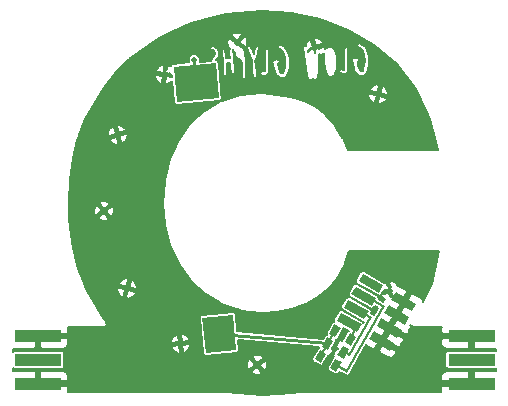
<source format=gbl>
G04 #@! TF.FileFunction,Copper,L2,Bot,Signal*
%FSLAX46Y46*%
G04 Gerber Fmt 4.6, Leading zero omitted, Abs format (unit mm)*
G04 Created by KiCad (PCBNEW 4.0.0-rc2-stable) date 3/3/2016 3:42:37 PM*
%MOMM*%
G01*
G04 APERTURE LIST*
%ADD10C,0.150000*%
%ADD11C,0.500000*%
%ADD12R,4.000000X1.000000*%
%ADD13C,0.600000*%
%ADD14C,0.254000*%
%ADD15C,0.152400*%
G04 APERTURE END LIST*
D10*
D11*
X78828998Y-42360943D03*
X74126411Y-47175018D03*
X67590691Y-48618077D03*
X61083990Y-46819953D03*
X56582203Y-42144310D03*
X54610416Y-35587545D03*
X55764386Y-29145002D03*
X59759133Y-24024971D03*
X65907807Y-21326896D03*
X72491975Y-21810629D03*
X77840641Y-25707368D03*
D12*
X85735030Y-50192207D03*
X85735030Y-48192207D03*
X85735030Y-46192207D03*
D13*
X84735030Y-50192207D03*
X84735030Y-48192207D03*
X84735030Y-46192207D03*
D12*
X49020836Y-46192207D03*
X49020836Y-48192207D03*
X49020836Y-50192207D03*
D13*
X50020836Y-46192207D03*
X50020836Y-48192207D03*
X50020836Y-50192207D03*
D10*
G36*
X63221585Y-47619586D02*
X62947982Y-44632089D01*
X65537147Y-44394966D01*
X65810750Y-47382463D01*
X63221585Y-47619586D01*
X63221585Y-47619586D01*
G37*
G36*
X60771965Y-26354372D02*
X60498362Y-23366874D01*
X64083359Y-23038550D01*
X64356962Y-26026048D01*
X60771965Y-26354372D01*
X60771965Y-26354372D01*
G37*
D11*
X62254379Y-22804379D03*
D10*
G36*
X78834689Y-47412759D02*
X77089926Y-46435107D01*
X77461433Y-45772097D01*
X79206196Y-46749749D01*
X78834689Y-47412759D01*
X78834689Y-47412759D01*
G37*
G36*
X79455498Y-46304834D02*
X77710735Y-45327182D01*
X78082242Y-44664172D01*
X79827005Y-45641824D01*
X79455498Y-46304834D01*
X79455498Y-46304834D01*
G37*
G36*
X80076307Y-45196910D02*
X78331544Y-44219258D01*
X78703051Y-43556248D01*
X80447814Y-44533900D01*
X80076307Y-45196910D01*
X80076307Y-45196910D01*
G37*
G36*
X80697115Y-44088986D02*
X78952352Y-43111334D01*
X79323859Y-42448324D01*
X81068622Y-43425976D01*
X80697115Y-44088986D01*
X80697115Y-44088986D01*
G37*
G36*
X76043069Y-45848516D02*
X74298306Y-44870864D01*
X74669813Y-44207854D01*
X76414576Y-45185506D01*
X76043069Y-45848516D01*
X76043069Y-45848516D01*
G37*
G36*
X76663877Y-44740592D02*
X74919114Y-43762940D01*
X75290621Y-43099930D01*
X77035384Y-44077582D01*
X76663877Y-44740592D01*
X76663877Y-44740592D01*
G37*
G36*
X77284686Y-43632668D02*
X75539923Y-42655016D01*
X75911430Y-41992006D01*
X77656193Y-42969658D01*
X77284686Y-43632668D01*
X77284686Y-43632668D01*
G37*
G36*
X77910383Y-42516019D02*
X76165620Y-41538367D01*
X76527351Y-40892805D01*
X78272114Y-41870457D01*
X77910383Y-42516019D01*
X77910383Y-42516019D01*
G37*
G36*
X74203370Y-46267722D02*
X73679941Y-45974427D01*
X74119884Y-45189284D01*
X74643313Y-45482579D01*
X74203370Y-46267722D01*
X74203370Y-46267722D01*
G37*
G36*
X75511942Y-47000961D02*
X74988513Y-46707666D01*
X75428456Y-45922523D01*
X75951885Y-46215818D01*
X75511942Y-47000961D01*
X75511942Y-47000961D01*
G37*
G36*
X74900910Y-48091437D02*
X74377481Y-47798142D01*
X74817424Y-47012999D01*
X75340853Y-47306294D01*
X74900910Y-48091437D01*
X74900910Y-48091437D01*
G37*
G36*
X73592337Y-47358199D02*
X73068908Y-47064904D01*
X73508851Y-46279761D01*
X74032280Y-46573056D01*
X73592337Y-47358199D01*
X73592337Y-47358199D01*
G37*
G36*
X72981305Y-48448676D02*
X72457876Y-48155381D01*
X72897819Y-47370238D01*
X73421248Y-47663533D01*
X72981305Y-48448676D01*
X72981305Y-48448676D01*
G37*
G36*
X74289877Y-49181914D02*
X73766448Y-48888619D01*
X74206391Y-48103476D01*
X74729820Y-48396771D01*
X74289877Y-49181914D01*
X74289877Y-49181914D01*
G37*
G36*
X75611584Y-46311707D02*
X75437107Y-46213942D01*
X75877050Y-45428799D01*
X76051527Y-45526564D01*
X75611584Y-46311707D01*
X75611584Y-46311707D01*
G37*
G36*
X75469833Y-47894396D02*
X75295357Y-47796631D01*
X77152895Y-44481582D01*
X77327371Y-44579347D01*
X75469833Y-47894396D01*
X75469833Y-47894396D01*
G37*
G36*
X75202490Y-49292083D02*
X75028014Y-49194318D01*
X78205382Y-43523839D01*
X78379858Y-43621604D01*
X75202490Y-49292083D01*
X75202490Y-49292083D01*
G37*
G36*
X75382596Y-47845514D02*
X75033643Y-47649984D01*
X75131408Y-47475508D01*
X75480361Y-47671038D01*
X75382596Y-47845514D01*
X75382596Y-47845514D01*
G37*
G36*
X77142369Y-44704941D02*
X76793416Y-44509411D01*
X76891181Y-44334935D01*
X77240134Y-44530465D01*
X77142369Y-44704941D01*
X77142369Y-44704941D01*
G37*
G36*
X78151236Y-43722756D02*
X77453331Y-43331696D01*
X77551096Y-43157220D01*
X78249001Y-43548280D01*
X78151236Y-43722756D01*
X78151236Y-43722756D01*
G37*
G36*
X75071633Y-49218759D02*
X74373728Y-48827699D01*
X74471493Y-48653223D01*
X75169398Y-49044283D01*
X75071633Y-49218759D01*
X75071633Y-49218759D01*
G37*
G36*
X73173448Y-47696625D02*
X72998972Y-47598860D01*
X73976624Y-45854097D01*
X74151100Y-45951862D01*
X73173448Y-47696625D01*
X73173448Y-47696625D01*
G37*
D14*
X62430000Y-24700000D02*
X62250000Y-22800000D01*
X62430000Y-24700000D02*
X62250000Y-22800000D01*
X62430000Y-24700000D02*
X62250000Y-22800000D01*
X62430000Y-24700000D02*
X62250000Y-22800000D01*
X62430000Y-24700000D02*
X62250000Y-22800000D01*
X62430000Y-24700000D02*
X62250000Y-22800000D01*
X62430000Y-24700000D02*
X62250000Y-22800000D01*
X62430000Y-24700000D02*
X62250000Y-22800000D01*
X62430000Y-24700000D02*
X62250000Y-22800000D01*
X64380000Y-46010000D02*
X73580000Y-46780000D01*
X64380000Y-46010000D02*
X73580000Y-46780000D01*
X64380000Y-46010000D02*
X73580000Y-46780000D01*
X64380000Y-46010000D02*
X73580000Y-46780000D01*
X64380000Y-46010000D02*
X73580000Y-46780000D01*
X64380000Y-46010000D02*
X73580000Y-46780000D01*
X64380000Y-46010000D02*
X73580000Y-46780000D01*
X64380000Y-46010000D02*
X73580000Y-46780000D01*
X64380000Y-46010000D02*
X73580000Y-46780000D01*
D15*
G36*
X70430619Y-18806486D02*
X72911350Y-19338071D01*
X75290154Y-20232580D01*
X77466997Y-21497502D01*
X79376968Y-23162605D01*
X81002403Y-25238463D01*
X82226086Y-27754353D01*
X82857171Y-30401400D01*
X75235367Y-30401400D01*
X74816974Y-29402378D01*
X74804788Y-29384293D01*
X74797190Y-29363853D01*
X74187190Y-28373853D01*
X74171071Y-28356500D01*
X74159199Y-28336006D01*
X73429199Y-27506006D01*
X73408645Y-27490281D01*
X73391775Y-27470657D01*
X72561775Y-26820657D01*
X72539855Y-26809577D01*
X72520835Y-26794032D01*
X71580834Y-26294032D01*
X71558056Y-26287173D01*
X71537352Y-26275448D01*
X70477352Y-25925448D01*
X70449108Y-25921969D01*
X70422021Y-25913246D01*
X69271804Y-25780163D01*
X76993218Y-25780163D01*
X77085581Y-26098916D01*
X77292896Y-26358060D01*
X77415466Y-26444016D01*
X77472870Y-26411283D01*
X77812109Y-26411283D01*
X77913436Y-26554791D01*
X78232189Y-26462428D01*
X78491333Y-26255113D01*
X78577289Y-26132543D01*
X78490270Y-25979935D01*
X77935515Y-25856529D01*
X77812109Y-26411283D01*
X77472870Y-26411283D01*
X77568074Y-26356997D01*
X77691480Y-25802242D01*
X77136726Y-25678836D01*
X76993218Y-25780163D01*
X69271804Y-25780163D01*
X68002021Y-25633246D01*
X67973224Y-25635588D01*
X67944489Y-25632570D01*
X66204489Y-25792570D01*
X66177266Y-25800636D01*
X66149017Y-25803430D01*
X64569017Y-26283430D01*
X64541723Y-26298033D01*
X64512339Y-26307786D01*
X63122339Y-27097786D01*
X63097815Y-27119000D01*
X63070222Y-27136033D01*
X61920222Y-28206033D01*
X61903252Y-28229551D01*
X61882250Y-28249539D01*
X60952249Y-29569539D01*
X60941503Y-29593770D01*
X60926092Y-29615332D01*
X60226092Y-31165332D01*
X60220302Y-31190303D01*
X60209448Y-31213522D01*
X59779448Y-32963521D01*
X59778401Y-32986988D01*
X59772145Y-33009634D01*
X59632145Y-34919634D01*
X59634772Y-34940855D01*
X59632277Y-34962092D01*
X59772277Y-36722091D01*
X59778856Y-36745342D01*
X59780200Y-36769469D01*
X60210200Y-38439469D01*
X60221090Y-38462108D01*
X60226945Y-38486538D01*
X60926945Y-40006539D01*
X60941630Y-40026767D01*
X60951681Y-40049651D01*
X61881682Y-41379652D01*
X61901594Y-41398738D01*
X61917425Y-41421328D01*
X63067425Y-42521328D01*
X63091302Y-42536526D01*
X63111878Y-42555962D01*
X64481878Y-43415962D01*
X64510558Y-43426895D01*
X64536929Y-43442594D01*
X66116928Y-44002594D01*
X66149087Y-44007266D01*
X66180098Y-44016991D01*
X67940098Y-44206991D01*
X67964946Y-44204778D01*
X67989694Y-44207903D01*
X69259694Y-44117903D01*
X69276850Y-44113209D01*
X69294638Y-44113190D01*
X70494638Y-43873190D01*
X70513865Y-43865202D01*
X70534451Y-43862101D01*
X71644451Y-43462101D01*
X71664093Y-43450268D01*
X71685907Y-43443202D01*
X72705907Y-42873202D01*
X72723649Y-42858077D01*
X72744331Y-42847317D01*
X73654331Y-42117317D01*
X73673472Y-42094517D01*
X73696372Y-42075502D01*
X74158199Y-41506127D01*
X75934783Y-41506127D01*
X75940426Y-41598476D01*
X75981554Y-41681353D01*
X76051685Y-41741700D01*
X77796448Y-42719352D01*
X77878143Y-42746856D01*
X77970492Y-42741213D01*
X78053369Y-42700085D01*
X78113716Y-42629954D01*
X78255998Y-42376031D01*
X78525036Y-42308431D01*
X78563407Y-42346802D01*
X78627530Y-42282679D01*
X78677305Y-42270172D01*
X78669821Y-42240388D01*
X78814857Y-42095352D01*
X78572478Y-41852973D01*
X78538813Y-41718990D01*
X78383888Y-41636166D01*
X78369239Y-41649734D01*
X78354354Y-41634849D01*
X78345052Y-41644151D01*
X76641286Y-40689472D01*
X76559591Y-40661968D01*
X76467242Y-40667611D01*
X76384365Y-40708739D01*
X76324018Y-40778870D01*
X75962287Y-41424432D01*
X75934783Y-41506127D01*
X74158199Y-41506127D01*
X74426373Y-41175502D01*
X74438423Y-41152643D01*
X74454931Y-41132766D01*
X75034931Y-40062766D01*
X75042573Y-40038094D01*
X75055146Y-40015531D01*
X75392866Y-38968600D01*
X83000198Y-38968600D01*
X82354960Y-41779363D01*
X81644354Y-43315189D01*
X81599409Y-43155683D01*
X81455568Y-42973134D01*
X81252819Y-42859527D01*
X80764334Y-42585811D01*
X80565529Y-42641829D01*
X80252510Y-43200459D01*
X80269957Y-43210235D01*
X80096131Y-43520455D01*
X80078683Y-43510678D01*
X79768848Y-44063626D01*
X79631702Y-44308383D01*
X79649149Y-44318159D01*
X79475323Y-44628379D01*
X79457875Y-44618602D01*
X79323913Y-44857677D01*
X79323912Y-44857677D01*
X79010893Y-45416307D01*
X80110399Y-46032398D01*
X80309203Y-45976380D01*
X80393454Y-45826021D01*
X80411147Y-45676836D01*
X80529148Y-45583857D01*
X80613399Y-45433498D01*
X80557382Y-45234696D01*
X80684791Y-45306088D01*
X80691776Y-45293623D01*
X80713593Y-45317956D01*
X80733000Y-45347000D01*
X80749551Y-45358059D01*
X80762840Y-45372880D01*
X80794337Y-45387985D01*
X80823384Y-45407393D01*
X80842908Y-45411276D01*
X80860857Y-45419884D01*
X80895739Y-45421785D01*
X80930000Y-45428600D01*
X83211886Y-45428600D01*
X83150830Y-45576002D01*
X83150830Y-45868357D01*
X83296880Y-46014407D01*
X83867110Y-46014407D01*
X83835618Y-46130540D01*
X83866412Y-46370007D01*
X83296880Y-46370007D01*
X83150830Y-46516057D01*
X83150830Y-46808412D01*
X83239769Y-47023130D01*
X83404108Y-47187468D01*
X83618826Y-47276407D01*
X85411180Y-47276407D01*
X85557230Y-47130357D01*
X85557230Y-46538605D01*
X85634442Y-46253874D01*
X85601076Y-45994407D01*
X85912830Y-45994407D01*
X85912830Y-46014407D01*
X85932830Y-46014407D01*
X85932830Y-46370007D01*
X85912830Y-46370007D01*
X85912830Y-47130357D01*
X86058880Y-47276407D01*
X87771400Y-47276407D01*
X87771400Y-47466494D01*
X87735030Y-47459129D01*
X83735030Y-47459129D01*
X83650316Y-47475069D01*
X83572512Y-47525135D01*
X83520315Y-47601527D01*
X83501952Y-47692207D01*
X83501952Y-48692207D01*
X83517892Y-48776921D01*
X83567958Y-48854725D01*
X83644350Y-48906922D01*
X83735030Y-48925285D01*
X87735030Y-48925285D01*
X87771400Y-48918442D01*
X87771400Y-49108007D01*
X86058880Y-49108007D01*
X85912830Y-49254057D01*
X85912830Y-50014407D01*
X85932830Y-50014407D01*
X85932830Y-50370007D01*
X85912830Y-50370007D01*
X85912830Y-50390007D01*
X85597526Y-50390007D01*
X85634442Y-50253874D01*
X85589577Y-49904990D01*
X85557230Y-49826897D01*
X85557230Y-49254057D01*
X85411180Y-49108007D01*
X83618826Y-49108007D01*
X83404108Y-49196946D01*
X83239769Y-49361284D01*
X83150830Y-49576002D01*
X83150830Y-49868357D01*
X83296880Y-50014407D01*
X83867110Y-50014407D01*
X83835618Y-50130540D01*
X83866412Y-50370007D01*
X83296880Y-50370007D01*
X83150830Y-50516057D01*
X83150830Y-50808412D01*
X83176920Y-50871400D01*
X71240000Y-50871400D01*
X71210692Y-50877230D01*
X71180817Y-50877759D01*
X70510508Y-51023478D01*
X67972151Y-51200573D01*
X64971342Y-50944766D01*
X64758008Y-50882544D01*
X64718699Y-50879098D01*
X64680000Y-50871400D01*
X51578946Y-50871400D01*
X51605036Y-50808412D01*
X51605036Y-50516057D01*
X51458986Y-50370007D01*
X50888756Y-50370007D01*
X50920248Y-50253874D01*
X50889454Y-50014407D01*
X51458986Y-50014407D01*
X51605036Y-49868357D01*
X51605036Y-49576002D01*
X51516097Y-49361284D01*
X51487989Y-49333176D01*
X67130194Y-49333176D01*
X67438904Y-49454968D01*
X67770722Y-49449349D01*
X67913679Y-49404908D01*
X67938120Y-49230942D01*
X67574574Y-48794117D01*
X67137749Y-49157664D01*
X67130194Y-49333176D01*
X51487989Y-49333176D01*
X51351758Y-49196946D01*
X51137040Y-49108007D01*
X49344686Y-49108007D01*
X49198636Y-49254057D01*
X49198636Y-49845809D01*
X49121424Y-50130540D01*
X49154790Y-50390007D01*
X48843036Y-50390007D01*
X48843036Y-50370007D01*
X48823036Y-50370007D01*
X48823036Y-50014407D01*
X48843036Y-50014407D01*
X48843036Y-49254057D01*
X48696986Y-49108007D01*
X46908600Y-49108007D01*
X46908600Y-48892193D01*
X46930156Y-48906922D01*
X47020836Y-48925285D01*
X51020836Y-48925285D01*
X51105550Y-48909345D01*
X51183354Y-48859279D01*
X51235551Y-48782887D01*
X51253914Y-48692207D01*
X51253914Y-48466290D01*
X66753800Y-48466290D01*
X66759419Y-48798108D01*
X66803860Y-48941065D01*
X66977826Y-48965506D01*
X67375919Y-48634194D01*
X67766731Y-48634194D01*
X68130278Y-49071019D01*
X68305790Y-49078574D01*
X68427582Y-48769864D01*
X68421963Y-48438046D01*
X68377522Y-48295089D01*
X68203556Y-48270648D01*
X67766731Y-48634194D01*
X67375919Y-48634194D01*
X67414651Y-48601960D01*
X67051104Y-48165135D01*
X66875592Y-48157580D01*
X66753800Y-48466290D01*
X51253914Y-48466290D01*
X51253914Y-48005212D01*
X67243262Y-48005212D01*
X67606808Y-48442037D01*
X68043633Y-48078490D01*
X68051188Y-47902978D01*
X67742478Y-47781186D01*
X67410660Y-47786805D01*
X67267703Y-47831246D01*
X67243262Y-48005212D01*
X51253914Y-48005212D01*
X51253914Y-47692207D01*
X51237974Y-47607493D01*
X51187908Y-47529689D01*
X51111516Y-47477492D01*
X51020836Y-47459129D01*
X47020836Y-47459129D01*
X46936122Y-47475069D01*
X46908600Y-47492779D01*
X46908600Y-47276407D01*
X48696986Y-47276407D01*
X48843036Y-47130357D01*
X48843036Y-46370007D01*
X48823036Y-46370007D01*
X48823036Y-46014407D01*
X48843036Y-46014407D01*
X48843036Y-45994407D01*
X49158340Y-45994407D01*
X49121424Y-46130540D01*
X49166289Y-46479424D01*
X49198636Y-46557517D01*
X49198636Y-47130357D01*
X49344686Y-47276407D01*
X51137040Y-47276407D01*
X51351758Y-47187468D01*
X51359757Y-47179469D01*
X60313164Y-47179469D01*
X60509420Y-47447085D01*
X60793150Y-47619225D01*
X60937790Y-47657837D01*
X61051211Y-47523683D01*
X60976506Y-46960300D01*
X60413122Y-47035005D01*
X60313164Y-47179469D01*
X51359757Y-47179469D01*
X51516097Y-47023130D01*
X51555734Y-46927437D01*
X61224337Y-46927437D01*
X61299042Y-47490821D01*
X61443506Y-47590779D01*
X61711122Y-47394523D01*
X61883262Y-47110793D01*
X61921874Y-46966153D01*
X61787720Y-46852732D01*
X61224337Y-46927437D01*
X51555734Y-46927437D01*
X51605036Y-46808412D01*
X51605036Y-46673753D01*
X60246106Y-46673753D01*
X60380260Y-46787174D01*
X60943643Y-46712469D01*
X60868938Y-46149085D01*
X60821445Y-46116223D01*
X61116769Y-46116223D01*
X61191474Y-46679606D01*
X61754858Y-46604901D01*
X61854816Y-46460437D01*
X61658560Y-46192821D01*
X61374830Y-46020681D01*
X61230190Y-45982069D01*
X61116769Y-46116223D01*
X60821445Y-46116223D01*
X60724474Y-46049127D01*
X60456858Y-46245383D01*
X60284718Y-46529113D01*
X60246106Y-46673753D01*
X51605036Y-46673753D01*
X51605036Y-46516057D01*
X51458986Y-46370007D01*
X50888756Y-46370007D01*
X50920248Y-46253874D01*
X50889454Y-46014407D01*
X51458986Y-46014407D01*
X51605036Y-45868357D01*
X51605036Y-45576002D01*
X51543980Y-45428600D01*
X54560000Y-45428600D01*
X54603012Y-45420044D01*
X54646560Y-45414812D01*
X54655997Y-45409505D01*
X54666616Y-45407393D01*
X54703083Y-45383027D01*
X54741311Y-45361529D01*
X54747999Y-45353014D01*
X54757000Y-45347000D01*
X54781364Y-45310536D01*
X54808458Y-45276043D01*
X54811378Y-45265617D01*
X54817393Y-45256616D01*
X54825948Y-45213606D01*
X54837780Y-45171368D01*
X54836488Y-45160617D01*
X54838600Y-45150000D01*
X54830044Y-45106988D01*
X54824812Y-45063440D01*
X54819505Y-45054003D01*
X54817393Y-45043384D01*
X54793024Y-45006914D01*
X54771529Y-44968690D01*
X54667624Y-44847468D01*
X54553475Y-44653346D01*
X62715875Y-44653346D01*
X62989478Y-47640843D01*
X63013078Y-47723750D01*
X63070031Y-47796664D01*
X63150865Y-47841676D01*
X63242842Y-47851693D01*
X65832007Y-47614570D01*
X65914914Y-47590970D01*
X65987828Y-47534017D01*
X66032840Y-47453183D01*
X66042857Y-47361206D01*
X65963932Y-46499411D01*
X72840655Y-47074963D01*
X72843714Y-47125013D01*
X72853185Y-47144098D01*
X72837710Y-47145044D01*
X72754833Y-47186172D01*
X72694486Y-47256303D01*
X72254543Y-48041446D01*
X72227038Y-48123141D01*
X72232682Y-48215490D01*
X72273810Y-48298367D01*
X72343942Y-48358714D01*
X72867371Y-48652009D01*
X72949065Y-48679513D01*
X73041414Y-48673870D01*
X73124291Y-48632742D01*
X73184638Y-48562611D01*
X73589942Y-47839287D01*
X73651767Y-47901112D01*
X73760638Y-47792241D01*
X73775661Y-47785989D01*
X73780528Y-47772351D01*
X74112270Y-47440609D01*
X73955026Y-47283365D01*
X73966670Y-47250734D01*
X73927550Y-47236774D01*
X74109323Y-46912374D01*
X74112270Y-46909427D01*
X74111440Y-46908597D01*
X74235613Y-46686991D01*
X74263118Y-46605296D01*
X74257474Y-46512947D01*
X74248003Y-46493862D01*
X74263479Y-46492916D01*
X74346356Y-46451788D01*
X74406703Y-46381657D01*
X74846646Y-45596514D01*
X74874151Y-45514819D01*
X74870726Y-45458786D01*
X75330214Y-45716253D01*
X75285470Y-45738457D01*
X75225123Y-45808588D01*
X74785180Y-46593731D01*
X74772143Y-46632454D01*
X74750361Y-46596995D01*
X74639352Y-46496552D01*
X74477161Y-46564047D01*
X74286152Y-47099302D01*
X74465940Y-47163461D01*
X74430160Y-47227317D01*
X74392002Y-47189159D01*
X74234758Y-47346403D01*
X74202127Y-47334759D01*
X74177560Y-47403601D01*
X74140552Y-47440609D01*
X74158094Y-47458151D01*
X74011118Y-47870013D01*
X74047441Y-47937963D01*
X74003058Y-47989541D01*
X73563115Y-48774684D01*
X73535610Y-48856379D01*
X73541254Y-48948728D01*
X73582382Y-49031605D01*
X73652514Y-49091952D01*
X74175943Y-49385247D01*
X74257637Y-49412751D01*
X74349986Y-49407108D01*
X74432863Y-49365980D01*
X74493210Y-49295849D01*
X74550364Y-49193849D01*
X74914076Y-49397649D01*
X74914079Y-49397651D01*
X75088555Y-49495416D01*
X75170250Y-49522920D01*
X75262599Y-49517277D01*
X75345476Y-49476149D01*
X75405823Y-49406018D01*
X76533742Y-47393080D01*
X77903238Y-47393080D01*
X77959256Y-47591884D01*
X78447741Y-47865600D01*
X78650491Y-47979207D01*
X78881282Y-48006578D01*
X79104981Y-47943546D01*
X79287530Y-47799706D01*
X79371781Y-47649347D01*
X79315763Y-47450542D01*
X78216257Y-46834451D01*
X77903238Y-47393080D01*
X76533742Y-47393080D01*
X76789591Y-46936480D01*
X76905729Y-47001556D01*
X77394214Y-47275272D01*
X77593019Y-47219254D01*
X77906038Y-46660624D01*
X77888591Y-46650848D01*
X77959537Y-46524232D01*
X78390084Y-46524232D01*
X79489590Y-47140323D01*
X79688394Y-47084305D01*
X79772645Y-46933946D01*
X79790338Y-46784760D01*
X79908339Y-46691781D01*
X79992590Y-46541422D01*
X79936572Y-46342617D01*
X78837066Y-45726526D01*
X78703104Y-45965602D01*
X78703103Y-45965602D01*
X78390084Y-46524232D01*
X77959537Y-46524232D01*
X78062417Y-46340628D01*
X78079865Y-46350405D01*
X78213827Y-46111329D01*
X78213828Y-46111329D01*
X78526847Y-45552699D01*
X78509400Y-45542923D01*
X78683226Y-45232703D01*
X78700674Y-45242480D01*
X78834636Y-45003405D01*
X78834637Y-45003405D01*
X79147656Y-44444775D01*
X79130209Y-44434999D01*
X79304035Y-44124779D01*
X79321483Y-44134556D01*
X79634502Y-43575927D01*
X79768464Y-43336851D01*
X79291514Y-43069599D01*
X79517586Y-42860214D01*
X79543750Y-42803316D01*
X79942291Y-43026632D01*
X80255310Y-42468003D01*
X80199292Y-42269199D01*
X79710807Y-41995483D01*
X79537717Y-41898496D01*
X79328269Y-41672355D01*
X79026753Y-41533708D01*
X78878651Y-41511850D01*
X78781277Y-41658068D01*
X78880698Y-42053750D01*
X78871018Y-42061377D01*
X78786767Y-42211736D01*
X78842785Y-42410541D01*
X78991248Y-42493730D01*
X79110451Y-42968144D01*
X78810441Y-42800038D01*
X78738227Y-42512636D01*
X78187045Y-42651128D01*
X78104221Y-42806053D01*
X78329727Y-43049531D01*
X78369233Y-43067697D01*
X78368210Y-43076322D01*
X78250210Y-43169301D01*
X78202243Y-43254906D01*
X77865395Y-43066159D01*
X77887030Y-43001898D01*
X77881387Y-42909549D01*
X77840259Y-42826672D01*
X77770128Y-42766325D01*
X76025365Y-41788673D01*
X75943670Y-41761168D01*
X75851321Y-41766812D01*
X75768444Y-41807940D01*
X75708097Y-41878072D01*
X75336590Y-42541082D01*
X75309086Y-42622776D01*
X75314729Y-42715125D01*
X75355857Y-42798002D01*
X75425988Y-42858349D01*
X77170751Y-43836001D01*
X77252446Y-43863506D01*
X77344795Y-43857862D01*
X77427672Y-43816734D01*
X77488019Y-43746602D01*
X77542729Y-43648963D01*
X77790349Y-43787713D01*
X77454393Y-44387276D01*
X77441306Y-44376014D01*
X77266830Y-44278249D01*
X77266827Y-44278248D01*
X77208448Y-44245536D01*
X77238717Y-44191516D01*
X77266221Y-44109822D01*
X77260578Y-44017473D01*
X77219450Y-43934596D01*
X77149319Y-43874249D01*
X75404556Y-42896597D01*
X75322861Y-42869092D01*
X75230512Y-42874736D01*
X75147635Y-42915864D01*
X75087288Y-42985996D01*
X74715781Y-43649006D01*
X74688277Y-43730700D01*
X74693920Y-43823049D01*
X74735048Y-43905926D01*
X74805179Y-43966273D01*
X76549942Y-44943925D01*
X76614478Y-44965653D01*
X76580267Y-45026708D01*
X76528511Y-44982173D01*
X74783748Y-44004521D01*
X74702053Y-43977016D01*
X74609704Y-43982660D01*
X74526827Y-44023788D01*
X74466480Y-44093920D01*
X74094973Y-44756930D01*
X74067469Y-44838624D01*
X74073112Y-44930973D01*
X74088670Y-44962324D01*
X74059775Y-44964090D01*
X73976898Y-45005218D01*
X73916551Y-45075349D01*
X73476608Y-45860492D01*
X73449103Y-45942187D01*
X73454747Y-46034536D01*
X73464218Y-46053621D01*
X73448742Y-46054567D01*
X73365865Y-46095695D01*
X73305518Y-46165826D01*
X73180082Y-46389685D01*
X65898065Y-45780212D01*
X65769254Y-44373709D01*
X65745654Y-44290802D01*
X65688701Y-44217888D01*
X65607867Y-44172876D01*
X65515890Y-44162859D01*
X62926725Y-44399982D01*
X62843818Y-44423582D01*
X62770904Y-44480535D01*
X62725892Y-44561369D01*
X62715875Y-44653346D01*
X54553475Y-44653346D01*
X53093484Y-42170487D01*
X55732062Y-42170487D01*
X55806792Y-42493829D01*
X55999573Y-42763960D01*
X56117240Y-42856514D01*
X56139089Y-42845598D01*
X56515082Y-42845598D01*
X56608380Y-42994451D01*
X56931722Y-42919721D01*
X57201853Y-42726940D01*
X57294407Y-42609273D01*
X57215894Y-42452119D01*
X56668748Y-42298453D01*
X56515082Y-42845598D01*
X56139089Y-42845598D01*
X56274394Y-42778001D01*
X56428060Y-42230855D01*
X55880915Y-42077189D01*
X55732062Y-42170487D01*
X53093484Y-42170487D01*
X53027200Y-42057765D01*
X56736346Y-42057765D01*
X57283491Y-42211431D01*
X57432344Y-42118133D01*
X57357614Y-41794791D01*
X57164833Y-41524660D01*
X57047166Y-41432106D01*
X56890012Y-41510619D01*
X56736346Y-42057765D01*
X53027200Y-42057765D01*
X53021526Y-42048116D01*
X52878116Y-41679347D01*
X55869999Y-41679347D01*
X55948512Y-41836501D01*
X56495658Y-41990167D01*
X56649324Y-41443022D01*
X56556026Y-41294169D01*
X56232684Y-41368899D01*
X55962553Y-41561680D01*
X55869999Y-41679347D01*
X52878116Y-41679347D01*
X52405611Y-40464334D01*
X51963556Y-38755050D01*
X51697701Y-36913760D01*
X51670222Y-36303101D01*
X54150629Y-36303101D01*
X54459459Y-36424586D01*
X54791272Y-36418638D01*
X54934185Y-36374055D01*
X54958453Y-36200065D01*
X54594473Y-35763601D01*
X54158010Y-36127581D01*
X54150629Y-36303101D01*
X51670222Y-36303101D01*
X51631229Y-35436588D01*
X53773375Y-35436588D01*
X53779323Y-35768401D01*
X53823906Y-35911314D01*
X53997896Y-35935582D01*
X54396124Y-35603488D01*
X54786472Y-35603488D01*
X55150452Y-36039951D01*
X55325972Y-36047332D01*
X55447457Y-35738502D01*
X55441509Y-35406689D01*
X55396926Y-35263776D01*
X55222936Y-35239508D01*
X54786472Y-35603488D01*
X54396124Y-35603488D01*
X54434360Y-35571602D01*
X54070380Y-35135139D01*
X53894860Y-35127758D01*
X53773375Y-35436588D01*
X51631229Y-35436588D01*
X51610459Y-34975025D01*
X54262379Y-34975025D01*
X54626359Y-35411489D01*
X55062822Y-35047509D01*
X55070203Y-34871989D01*
X54761373Y-34750504D01*
X54429560Y-34756452D01*
X54286647Y-34801035D01*
X54262379Y-34975025D01*
X51610459Y-34975025D01*
X51608882Y-34940000D01*
X51697701Y-32966240D01*
X51963556Y-31124950D01*
X52355362Y-29609959D01*
X55052179Y-29609959D01*
X55284324Y-29847117D01*
X55589554Y-29977383D01*
X55738203Y-29995143D01*
X55831502Y-29846291D01*
X55677840Y-29299144D01*
X55130693Y-29452806D01*
X55052179Y-29609959D01*
X52355362Y-29609959D01*
X52405611Y-29415666D01*
X52477212Y-29231548D01*
X55918528Y-29231548D01*
X56072190Y-29778695D01*
X56229343Y-29857209D01*
X56466501Y-29625064D01*
X56596767Y-29319834D01*
X56614527Y-29171185D01*
X56465675Y-29077886D01*
X55918528Y-29231548D01*
X52477212Y-29231548D01*
X52521051Y-29118819D01*
X54914245Y-29118819D01*
X55063097Y-29212118D01*
X55610244Y-29058456D01*
X55456582Y-28511309D01*
X55321283Y-28443713D01*
X55697270Y-28443713D01*
X55850932Y-28990860D01*
X56398079Y-28837198D01*
X56476593Y-28680045D01*
X56244448Y-28442887D01*
X55939218Y-28312621D01*
X55790569Y-28294861D01*
X55697270Y-28443713D01*
X55321283Y-28443713D01*
X55299429Y-28432795D01*
X55062271Y-28664940D01*
X54932005Y-28970170D01*
X54914245Y-29118819D01*
X52521051Y-29118819D01*
X53021606Y-27831681D01*
X54669605Y-25019226D01*
X55357781Y-24172769D01*
X58921529Y-24172769D01*
X59041847Y-24482056D01*
X59271367Y-24721755D01*
X59401089Y-24796482D01*
X59545362Y-24696248D01*
X59618992Y-24132723D01*
X59055467Y-24059093D01*
X58921529Y-24172769D01*
X55357781Y-24172769D01*
X55646347Y-23817834D01*
X55799973Y-23666927D01*
X58987622Y-23666927D01*
X59087856Y-23811200D01*
X59651381Y-23884830D01*
X59667772Y-23759380D01*
X59773274Y-23759380D01*
X59902953Y-23889059D01*
X59899274Y-23917219D01*
X59935898Y-23922004D01*
X60024724Y-24010830D01*
X60093020Y-23942534D01*
X60319742Y-23972157D01*
X60343112Y-24227336D01*
X59866885Y-24165112D01*
X59793255Y-24728637D01*
X59906931Y-24862575D01*
X60216218Y-24742257D01*
X60376237Y-24589033D01*
X60539858Y-26375629D01*
X60563458Y-26458536D01*
X60620411Y-26531450D01*
X60701245Y-26576462D01*
X60793222Y-26586479D01*
X64378219Y-26258155D01*
X64461126Y-26234555D01*
X64534040Y-26177602D01*
X64579052Y-26096768D01*
X64589069Y-26004791D01*
X64553142Y-25612494D01*
X77989802Y-25612494D01*
X78544556Y-25735900D01*
X78688064Y-25634573D01*
X78595701Y-25315820D01*
X78388386Y-25056676D01*
X78265816Y-24970720D01*
X78113208Y-25057739D01*
X77989802Y-25612494D01*
X64553142Y-25612494D01*
X64522892Y-25282193D01*
X77103993Y-25282193D01*
X77191012Y-25434801D01*
X77745767Y-25558207D01*
X77869173Y-25003453D01*
X77767846Y-24859945D01*
X77449093Y-24952308D01*
X77189949Y-25159623D01*
X77103993Y-25282193D01*
X64522892Y-25282193D01*
X64315466Y-23017293D01*
X64291866Y-22934386D01*
X64234913Y-22861472D01*
X64154079Y-22816460D01*
X64120023Y-22812751D01*
X64318103Y-22579300D01*
X64335163Y-22542527D01*
X64365163Y-22362527D01*
X64366105Y-22346195D01*
X64356105Y-22146195D01*
X64352290Y-22125903D01*
X64288258Y-21933805D01*
X64603895Y-21933805D01*
X64663850Y-23132907D01*
X64683800Y-23900978D01*
X64683800Y-24000000D01*
X64685280Y-24014944D01*
X64695280Y-24064944D01*
X64707388Y-24093430D01*
X64729217Y-24114368D01*
X64757473Y-24125163D01*
X64817473Y-24135163D01*
X64830000Y-24136200D01*
X64900000Y-24136200D01*
X64912527Y-24135163D01*
X64972527Y-24125163D01*
X65003430Y-24112612D01*
X65024368Y-24090783D01*
X65035163Y-24062527D01*
X65045163Y-24002527D01*
X65046031Y-23984931D01*
X65006090Y-23385816D01*
X64989886Y-23013121D01*
X65143672Y-23025937D01*
X65150000Y-23026200D01*
X65288608Y-23026200D01*
X65313962Y-23414959D01*
X65314757Y-23422039D01*
X65394757Y-23922039D01*
X65402999Y-23946295D01*
X65422398Y-23969502D01*
X65472398Y-24009502D01*
X65490354Y-24020197D01*
X65520000Y-24026200D01*
X65590000Y-24026200D01*
X65614097Y-24022290D01*
X65674097Y-24002290D01*
X65703132Y-23984621D01*
X65720197Y-23959646D01*
X65726200Y-23930000D01*
X65726200Y-23840000D01*
X65725909Y-23833351D01*
X65605909Y-22463351D01*
X65605329Y-22458509D01*
X65528871Y-21957282D01*
X65640740Y-21845413D01*
X65561902Y-21940622D01*
X65586775Y-22114527D01*
X65690935Y-22134633D01*
X65684086Y-22213399D01*
X65684468Y-22230071D01*
X65704468Y-22380071D01*
X65709954Y-22400000D01*
X65727145Y-22424888D01*
X65997145Y-22684888D01*
X66013707Y-22697002D01*
X66218197Y-22807767D01*
X66254178Y-23167582D01*
X66261845Y-23194078D01*
X66289507Y-23249402D01*
X66255826Y-23392547D01*
X66253822Y-23411836D01*
X66273822Y-24241836D01*
X66274837Y-24252527D01*
X66284837Y-24312527D01*
X66297388Y-24343430D01*
X66319217Y-24364368D01*
X66347473Y-24375163D01*
X66407473Y-24385163D01*
X66426899Y-24385887D01*
X66536899Y-24375887D01*
X66555657Y-24371751D01*
X66581550Y-24356116D01*
X66599321Y-24331639D01*
X66606169Y-24302176D01*
X66626116Y-23604020D01*
X66645976Y-23345844D01*
X66640039Y-23309983D01*
X66626682Y-23278816D01*
X66634230Y-23270999D01*
X66645121Y-23242780D01*
X66644174Y-23212547D01*
X66606030Y-23050436D01*
X66596200Y-22539263D01*
X66596200Y-22490000D01*
X66594720Y-22475056D01*
X66584720Y-22425056D01*
X66564621Y-22386868D01*
X66549108Y-22376268D01*
X66560563Y-22366245D01*
X66573783Y-22339039D01*
X66575377Y-22308833D01*
X66535377Y-22038833D01*
X66524181Y-22008924D01*
X66364181Y-21758924D01*
X66354903Y-21750802D01*
X66693804Y-21750802D01*
X66700119Y-21780383D01*
X66898642Y-22236986D01*
X67114883Y-22905366D01*
X67133941Y-23115011D01*
X67163864Y-23843129D01*
X67165061Y-23853805D01*
X67235061Y-24233805D01*
X67242119Y-24254622D01*
X67260937Y-24278303D01*
X67287486Y-24292798D01*
X67317582Y-24295822D01*
X67417582Y-24285822D01*
X67440017Y-24280039D01*
X67510017Y-24250039D01*
X67539005Y-24228217D01*
X67553115Y-24201462D01*
X67555705Y-24171326D01*
X67529095Y-23939087D01*
X67814344Y-23939087D01*
X67823840Y-23967806D01*
X67863840Y-24037806D01*
X67874159Y-24051848D01*
X67898730Y-24069488D01*
X68098730Y-24159488D01*
X68138903Y-24165678D01*
X68308903Y-24145678D01*
X68328673Y-24140599D01*
X68353882Y-24123882D01*
X68543882Y-23933882D01*
X68558335Y-23913717D01*
X68566069Y-23884475D01*
X68576069Y-23714475D01*
X68576121Y-23713460D01*
X68596121Y-23273460D01*
X68596184Y-23268445D01*
X68589973Y-22964073D01*
X68874031Y-22964073D01*
X68877710Y-22994097D01*
X68946135Y-23199371D01*
X69065188Y-23814480D01*
X69071845Y-23834078D01*
X69171845Y-24034078D01*
X69194938Y-24061448D01*
X69494938Y-24281448D01*
X69536195Y-24296105D01*
X69736195Y-24306105D01*
X69746899Y-24305887D01*
X69856899Y-24295887D01*
X69872164Y-24292905D01*
X69898782Y-24278538D01*
X70078782Y-24128538D01*
X70098622Y-24103128D01*
X70238622Y-23813128D01*
X70244219Y-23797260D01*
X70344219Y-23367260D01*
X70345734Y-23358415D01*
X70375734Y-23088415D01*
X70376200Y-23080000D01*
X70376200Y-23040000D01*
X70375389Y-23028913D01*
X70325389Y-22688913D01*
X70323761Y-22680877D01*
X70183761Y-22140877D01*
X70175820Y-22121605D01*
X69965820Y-21761605D01*
X69953401Y-21748758D01*
X71484305Y-21748758D01*
X71624305Y-22958758D01*
X71624727Y-22961849D01*
X71794727Y-24041849D01*
X71796485Y-24050050D01*
X71886485Y-24380050D01*
X71894165Y-24398370D01*
X71914280Y-24420960D01*
X71954280Y-24450960D01*
X71985056Y-24464720D01*
X72083271Y-24484363D01*
X72121519Y-24493925D01*
X72150545Y-24495467D01*
X72179075Y-24485418D01*
X72201448Y-24465062D01*
X72296184Y-24335876D01*
X72328239Y-24425629D01*
X72336020Y-24441388D01*
X72357163Y-24463019D01*
X72385056Y-24474720D01*
X72435056Y-24484720D01*
X72450000Y-24486200D01*
X72520000Y-24486200D01*
X72534944Y-24484720D01*
X72584944Y-24474720D01*
X72617987Y-24459192D01*
X72637235Y-24435859D01*
X72717235Y-24285859D01*
X72724782Y-24264631D01*
X72814782Y-23804631D01*
X72816078Y-23794306D01*
X72846078Y-23264306D01*
X72846173Y-23257978D01*
X72821014Y-22310339D01*
X72860328Y-22411151D01*
X73024412Y-22473905D01*
X73224771Y-22235082D01*
X73227412Y-22382932D01*
X73233812Y-22741360D01*
X73233849Y-22742720D01*
X73243849Y-23022720D01*
X73244631Y-23031225D01*
X73314631Y-23501225D01*
X73317306Y-23512847D01*
X73427306Y-23862847D01*
X73437447Y-23883515D01*
X73597447Y-24113515D01*
X73616302Y-24132425D01*
X73716302Y-24202425D01*
X73730354Y-24210197D01*
X73760000Y-24216200D01*
X73860000Y-24216200D01*
X73869451Y-24215612D01*
X73949451Y-24205612D01*
X73989221Y-24188170D01*
X74119221Y-24078170D01*
X74138155Y-24054078D01*
X74188155Y-23954078D01*
X74196176Y-23918099D01*
X74189435Y-23888612D01*
X74178786Y-23873832D01*
X74208298Y-23865876D01*
X74230910Y-23845786D01*
X74243925Y-23818481D01*
X74253773Y-23779087D01*
X74524344Y-23779087D01*
X74533840Y-23807806D01*
X74573840Y-23877806D01*
X74605922Y-23908155D01*
X74805922Y-24008155D01*
X74848415Y-24015734D01*
X75028415Y-23995734D01*
X75050570Y-23989799D01*
X75075318Y-23972406D01*
X75255318Y-23782406D01*
X75268444Y-23763494D01*
X75276083Y-23734227D01*
X75286083Y-23554227D01*
X75286118Y-23553540D01*
X75306118Y-23123540D01*
X75306200Y-23120000D01*
X75306200Y-22817286D01*
X75583848Y-22817286D01*
X75588792Y-22847127D01*
X75666269Y-23050504D01*
X75775010Y-23653523D01*
X75782500Y-23675357D01*
X75892500Y-23885357D01*
X75915308Y-23911718D01*
X76205308Y-24121718D01*
X76242418Y-24135822D01*
X76442418Y-24155822D01*
X76463631Y-24154971D01*
X76573631Y-24134971D01*
X76605202Y-24121345D01*
X76795202Y-23981345D01*
X76818622Y-23953128D01*
X76958622Y-23663128D01*
X76964584Y-23645611D01*
X77054584Y-23215611D01*
X77055734Y-23208415D01*
X77085734Y-22938415D01*
X77086200Y-22930000D01*
X77086200Y-22890000D01*
X77085389Y-22878913D01*
X77035389Y-22538913D01*
X77033761Y-22530877D01*
X76893761Y-21990877D01*
X76885820Y-21971605D01*
X76675820Y-21611605D01*
X76652268Y-21586598D01*
X76382268Y-21406598D01*
X76344753Y-21393948D01*
X76184753Y-21383948D01*
X76151700Y-21389250D01*
X76101700Y-21409250D01*
X76083035Y-21419994D01*
X76063389Y-21442994D01*
X76013389Y-21532994D01*
X76004624Y-21558826D01*
X76006215Y-21589032D01*
X76019433Y-21616239D01*
X76042194Y-21636160D01*
X76378502Y-21828336D01*
X76511477Y-22005636D01*
X76664603Y-22474586D01*
X76683969Y-22765069D01*
X76683994Y-22765429D01*
X76693507Y-22898604D01*
X76654804Y-23256604D01*
X76568624Y-23601321D01*
X76503720Y-23714904D01*
X76488893Y-23723800D01*
X76329640Y-23723800D01*
X76244692Y-23645931D01*
X76105197Y-23283243D01*
X76086200Y-23017287D01*
X76086200Y-22979923D01*
X76195839Y-22861850D01*
X76210197Y-22839646D01*
X76216200Y-22810000D01*
X76216200Y-22770000D01*
X76210750Y-22741700D01*
X76190750Y-22691700D01*
X76182344Y-22676186D01*
X76160386Y-22655383D01*
X76080386Y-22605383D01*
X76065707Y-22598267D01*
X76035773Y-22593917D01*
X75857879Y-22603800D01*
X75780000Y-22603800D01*
X75759298Y-22606666D01*
X75732398Y-22620498D01*
X75632398Y-22700498D01*
X75607710Y-22735903D01*
X75587710Y-22795903D01*
X75583848Y-22817286D01*
X75306200Y-22817286D01*
X75306200Y-22620000D01*
X75306177Y-22618142D01*
X75286177Y-21798142D01*
X75282290Y-21775903D01*
X75262290Y-21715903D01*
X75253980Y-21698612D01*
X75232837Y-21676981D01*
X75204944Y-21665280D01*
X75154944Y-21655280D01*
X75140000Y-21653800D01*
X75100000Y-21653800D01*
X75071700Y-21659250D01*
X75021700Y-21679250D01*
X75004053Y-21689211D01*
X74984023Y-21711876D01*
X74974388Y-21740549D01*
X74934388Y-22060549D01*
X74933800Y-22070000D01*
X74933800Y-22350000D01*
X74933834Y-22352285D01*
X74963702Y-23347880D01*
X74940052Y-23623800D01*
X74914554Y-23623800D01*
X74669079Y-23594343D01*
X74642542Y-23595827D01*
X74615060Y-23608463D01*
X74594659Y-23630795D01*
X74534659Y-23730795D01*
X74526769Y-23748937D01*
X74524344Y-23779087D01*
X74253773Y-23779087D01*
X74323925Y-23498481D01*
X74326058Y-23484657D01*
X74356058Y-22994657D01*
X74356131Y-22986760D01*
X74336131Y-22516760D01*
X74333268Y-22499066D01*
X74193268Y-22009066D01*
X74182006Y-21985710D01*
X74032006Y-21775710D01*
X74012268Y-21756598D01*
X73922268Y-21696598D01*
X73880000Y-21683800D01*
X73630000Y-21683800D01*
X73601700Y-21689250D01*
X73451700Y-21749250D01*
X73420774Y-21772055D01*
X73338076Y-21874211D01*
X73340596Y-21753473D01*
X73183327Y-21675192D01*
X72782578Y-21831471D01*
X72775707Y-21771348D01*
X72770989Y-21752305D01*
X72754621Y-21726868D01*
X72729646Y-21709803D01*
X72700000Y-21703800D01*
X72600000Y-21703800D01*
X72578845Y-21706795D01*
X72552031Y-21720793D01*
X72532776Y-21744120D01*
X72524113Y-21773101D01*
X72515206Y-21871078D01*
X72489961Y-21929983D01*
X72484137Y-21967157D01*
X72504972Y-22188006D01*
X72465996Y-22088058D01*
X72477834Y-22076220D01*
X72450860Y-22049246D01*
X72420932Y-21972502D01*
X72387251Y-21985637D01*
X72226384Y-21824770D01*
X71888301Y-22162853D01*
X71851451Y-21926245D01*
X72330102Y-21739586D01*
X72123622Y-21210107D01*
X71959538Y-21147353D01*
X71746242Y-21401596D01*
X71685660Y-21593800D01*
X71630000Y-21593800D01*
X71605903Y-21597710D01*
X71545903Y-21617710D01*
X71528612Y-21626020D01*
X71506981Y-21647163D01*
X71495280Y-21675056D01*
X71485280Y-21725056D01*
X71484305Y-21748758D01*
X69953401Y-21748758D01*
X69940600Y-21735517D01*
X69670600Y-21565517D01*
X69634753Y-21553948D01*
X69474753Y-21543948D01*
X69455056Y-21545280D01*
X69405056Y-21555280D01*
X69373035Y-21569994D01*
X69353389Y-21592994D01*
X69303389Y-21682994D01*
X69294624Y-21708826D01*
X69296215Y-21739032D01*
X69309433Y-21766239D01*
X69332194Y-21786160D01*
X69667368Y-21977688D01*
X69791489Y-22155004D01*
X69954651Y-22625293D01*
X69973800Y-22912534D01*
X69973800Y-23046913D01*
X69944555Y-23407598D01*
X69858624Y-23751321D01*
X69793720Y-23864904D01*
X69777231Y-23874798D01*
X69616329Y-23882460D01*
X69525065Y-23805237D01*
X69395281Y-23434425D01*
X69376200Y-23167287D01*
X69376200Y-23129923D01*
X69485839Y-23011850D01*
X69500197Y-22989646D01*
X69506200Y-22960000D01*
X69506200Y-22930000D01*
X69500750Y-22901700D01*
X69480750Y-22851700D01*
X69472344Y-22836186D01*
X69450386Y-22815383D01*
X69370386Y-22765383D01*
X69330000Y-22753800D01*
X69150000Y-22753800D01*
X69140549Y-22754388D01*
X69060549Y-22764388D01*
X69026302Y-22777575D01*
X68926302Y-22847575D01*
X68912781Y-22859677D01*
X68897710Y-22885903D01*
X68877710Y-22945903D01*
X68874031Y-22964073D01*
X68589973Y-22964073D01*
X68586184Y-22778445D01*
X68586178Y-22778164D01*
X68566178Y-21948164D01*
X68562290Y-21925903D01*
X68542290Y-21865903D01*
X68533980Y-21848612D01*
X68512837Y-21826981D01*
X68484944Y-21815280D01*
X68434944Y-21805280D01*
X68420000Y-21803800D01*
X68390000Y-21803800D01*
X68350795Y-21814659D01*
X68300795Y-21844659D01*
X68274174Y-21871615D01*
X68264427Y-21900249D01*
X68224427Y-22210249D01*
X68223800Y-22220000D01*
X68223800Y-22500000D01*
X68223815Y-22501524D01*
X68243756Y-23498588D01*
X68228030Y-23773800D01*
X68194747Y-23773800D01*
X67959451Y-23744388D01*
X67929511Y-23746606D01*
X67902571Y-23760360D01*
X67883104Y-23783511D01*
X67823104Y-23893511D01*
X67816769Y-23908937D01*
X67814344Y-23939087D01*
X67529095Y-23939087D01*
X67445889Y-23212930D01*
X67418858Y-22834497D01*
X67437602Y-22819502D01*
X67448882Y-22808367D01*
X67463060Y-22781648D01*
X67623060Y-22241648D01*
X67624350Y-22236691D01*
X67734350Y-21746691D01*
X67736200Y-21730000D01*
X67736200Y-21660000D01*
X67730989Y-21632305D01*
X67714621Y-21606868D01*
X67689646Y-21589803D01*
X67660000Y-21583800D01*
X67590000Y-21583800D01*
X67550795Y-21594659D01*
X67500795Y-21624659D01*
X67484682Y-21637594D01*
X67468652Y-21663244D01*
X67318652Y-22063244D01*
X67315959Y-22071990D01*
X67269854Y-22261531D01*
X67190338Y-22070692D01*
X67188486Y-22066592D01*
X66988486Y-21656592D01*
X66973882Y-21636118D01*
X66923882Y-21586118D01*
X66900981Y-21570383D01*
X66871455Y-21563814D01*
X66841700Y-21569250D01*
X66791700Y-21589250D01*
X66773035Y-21599994D01*
X66753389Y-21622994D01*
X66703389Y-21712994D01*
X66693804Y-21750802D01*
X66354903Y-21750802D01*
X66332224Y-21730949D01*
X66182224Y-21660949D01*
X66150000Y-21653800D01*
X66106602Y-21653800D01*
X65924362Y-21502896D01*
X65869876Y-21568697D01*
X65692318Y-21391139D01*
X65731807Y-21343451D01*
X65691822Y-21310341D01*
X66083807Y-21310341D01*
X66521533Y-21672801D01*
X66695438Y-21647928D01*
X66758338Y-21322077D01*
X66716803Y-21119277D01*
X72356538Y-21119277D01*
X72563018Y-21648756D01*
X73092497Y-21442276D01*
X73155251Y-21278192D01*
X72901008Y-21064896D01*
X72584492Y-20965132D01*
X72434819Y-20962008D01*
X72356538Y-21119277D01*
X66716803Y-21119277D01*
X66691750Y-20996960D01*
X66621760Y-20864623D01*
X66446267Y-20872615D01*
X66083807Y-21310341D01*
X65691822Y-21310341D01*
X65294081Y-20980991D01*
X65120176Y-21005864D01*
X65057276Y-21331715D01*
X65123864Y-21656832D01*
X65193854Y-21789169D01*
X65194095Y-21789158D01*
X65181713Y-21801540D01*
X65249255Y-21869082D01*
X65224959Y-22006758D01*
X65223826Y-22022005D01*
X65233826Y-22402005D01*
X65234322Y-22408903D01*
X65265052Y-22670109D01*
X65220242Y-22673556D01*
X65112486Y-22664576D01*
X64983434Y-22632313D01*
X64975180Y-22621995D01*
X64966144Y-22387071D01*
X64965333Y-22378536D01*
X64895333Y-21918536D01*
X64890989Y-21902305D01*
X64874621Y-21876868D01*
X64849646Y-21859803D01*
X64820000Y-21853800D01*
X64680000Y-21853800D01*
X64648794Y-21860483D01*
X64624207Y-21878101D01*
X64608411Y-21903896D01*
X64603895Y-21933805D01*
X64288258Y-21933805D01*
X64282290Y-21915903D01*
X64262671Y-21884935D01*
X64032671Y-21664935D01*
X64014250Y-21651931D01*
X63985069Y-21643969D01*
X63835069Y-21633969D01*
X63830000Y-21633800D01*
X63790000Y-21633800D01*
X63761700Y-21639250D01*
X63711700Y-21659250D01*
X63693035Y-21669994D01*
X63673389Y-21692994D01*
X63623389Y-21782994D01*
X63613800Y-21820000D01*
X63613800Y-21890000D01*
X63620657Y-21921591D01*
X63638411Y-21946080D01*
X63664293Y-21961733D01*
X63694227Y-21966083D01*
X63844663Y-21957725D01*
X63923726Y-22022414D01*
X64026753Y-22168368D01*
X64033071Y-22218913D01*
X64017110Y-22322655D01*
X63769369Y-22713325D01*
X63648036Y-22844364D01*
X62720731Y-22929289D01*
X62732895Y-22899996D01*
X62733062Y-22709597D01*
X62660353Y-22533628D01*
X62525838Y-22398879D01*
X62349996Y-22325863D01*
X62159597Y-22325696D01*
X61983628Y-22398405D01*
X61848879Y-22532920D01*
X61775863Y-22708762D01*
X61775696Y-22899161D01*
X61822148Y-23011584D01*
X60477105Y-23134767D01*
X60394198Y-23158367D01*
X60321284Y-23215320D01*
X60276272Y-23296154D01*
X60271831Y-23336931D01*
X60233777Y-23298877D01*
X60219976Y-23312678D01*
X60117177Y-23253460D01*
X59972904Y-23353694D01*
X59941934Y-23590720D01*
X59773274Y-23759380D01*
X59667772Y-23759380D01*
X59725011Y-23321305D01*
X59611335Y-23187367D01*
X59302048Y-23307685D01*
X59062349Y-23537205D01*
X58987622Y-23666927D01*
X55799973Y-23666927D01*
X56750200Y-22733518D01*
X59231040Y-20941800D01*
X59946935Y-20612943D01*
X65445534Y-20612943D01*
X65453526Y-20788436D01*
X65891252Y-21150896D01*
X66253712Y-20713170D01*
X66228839Y-20539265D01*
X65902988Y-20476365D01*
X65577871Y-20542953D01*
X65445534Y-20612943D01*
X59946935Y-20612943D01*
X62014326Y-19663258D01*
X64967657Y-18885548D01*
X67971836Y-18629454D01*
X70430619Y-18806486D01*
X70430619Y-18806486D01*
G37*
X70430619Y-18806486D02*
X72911350Y-19338071D01*
X75290154Y-20232580D01*
X77466997Y-21497502D01*
X79376968Y-23162605D01*
X81002403Y-25238463D01*
X82226086Y-27754353D01*
X82857171Y-30401400D01*
X75235367Y-30401400D01*
X74816974Y-29402378D01*
X74804788Y-29384293D01*
X74797190Y-29363853D01*
X74187190Y-28373853D01*
X74171071Y-28356500D01*
X74159199Y-28336006D01*
X73429199Y-27506006D01*
X73408645Y-27490281D01*
X73391775Y-27470657D01*
X72561775Y-26820657D01*
X72539855Y-26809577D01*
X72520835Y-26794032D01*
X71580834Y-26294032D01*
X71558056Y-26287173D01*
X71537352Y-26275448D01*
X70477352Y-25925448D01*
X70449108Y-25921969D01*
X70422021Y-25913246D01*
X69271804Y-25780163D01*
X76993218Y-25780163D01*
X77085581Y-26098916D01*
X77292896Y-26358060D01*
X77415466Y-26444016D01*
X77472870Y-26411283D01*
X77812109Y-26411283D01*
X77913436Y-26554791D01*
X78232189Y-26462428D01*
X78491333Y-26255113D01*
X78577289Y-26132543D01*
X78490270Y-25979935D01*
X77935515Y-25856529D01*
X77812109Y-26411283D01*
X77472870Y-26411283D01*
X77568074Y-26356997D01*
X77691480Y-25802242D01*
X77136726Y-25678836D01*
X76993218Y-25780163D01*
X69271804Y-25780163D01*
X68002021Y-25633246D01*
X67973224Y-25635588D01*
X67944489Y-25632570D01*
X66204489Y-25792570D01*
X66177266Y-25800636D01*
X66149017Y-25803430D01*
X64569017Y-26283430D01*
X64541723Y-26298033D01*
X64512339Y-26307786D01*
X63122339Y-27097786D01*
X63097815Y-27119000D01*
X63070222Y-27136033D01*
X61920222Y-28206033D01*
X61903252Y-28229551D01*
X61882250Y-28249539D01*
X60952249Y-29569539D01*
X60941503Y-29593770D01*
X60926092Y-29615332D01*
X60226092Y-31165332D01*
X60220302Y-31190303D01*
X60209448Y-31213522D01*
X59779448Y-32963521D01*
X59778401Y-32986988D01*
X59772145Y-33009634D01*
X59632145Y-34919634D01*
X59634772Y-34940855D01*
X59632277Y-34962092D01*
X59772277Y-36722091D01*
X59778856Y-36745342D01*
X59780200Y-36769469D01*
X60210200Y-38439469D01*
X60221090Y-38462108D01*
X60226945Y-38486538D01*
X60926945Y-40006539D01*
X60941630Y-40026767D01*
X60951681Y-40049651D01*
X61881682Y-41379652D01*
X61901594Y-41398738D01*
X61917425Y-41421328D01*
X63067425Y-42521328D01*
X63091302Y-42536526D01*
X63111878Y-42555962D01*
X64481878Y-43415962D01*
X64510558Y-43426895D01*
X64536929Y-43442594D01*
X66116928Y-44002594D01*
X66149087Y-44007266D01*
X66180098Y-44016991D01*
X67940098Y-44206991D01*
X67964946Y-44204778D01*
X67989694Y-44207903D01*
X69259694Y-44117903D01*
X69276850Y-44113209D01*
X69294638Y-44113190D01*
X70494638Y-43873190D01*
X70513865Y-43865202D01*
X70534451Y-43862101D01*
X71644451Y-43462101D01*
X71664093Y-43450268D01*
X71685907Y-43443202D01*
X72705907Y-42873202D01*
X72723649Y-42858077D01*
X72744331Y-42847317D01*
X73654331Y-42117317D01*
X73673472Y-42094517D01*
X73696372Y-42075502D01*
X74158199Y-41506127D01*
X75934783Y-41506127D01*
X75940426Y-41598476D01*
X75981554Y-41681353D01*
X76051685Y-41741700D01*
X77796448Y-42719352D01*
X77878143Y-42746856D01*
X77970492Y-42741213D01*
X78053369Y-42700085D01*
X78113716Y-42629954D01*
X78255998Y-42376031D01*
X78525036Y-42308431D01*
X78563407Y-42346802D01*
X78627530Y-42282679D01*
X78677305Y-42270172D01*
X78669821Y-42240388D01*
X78814857Y-42095352D01*
X78572478Y-41852973D01*
X78538813Y-41718990D01*
X78383888Y-41636166D01*
X78369239Y-41649734D01*
X78354354Y-41634849D01*
X78345052Y-41644151D01*
X76641286Y-40689472D01*
X76559591Y-40661968D01*
X76467242Y-40667611D01*
X76384365Y-40708739D01*
X76324018Y-40778870D01*
X75962287Y-41424432D01*
X75934783Y-41506127D01*
X74158199Y-41506127D01*
X74426373Y-41175502D01*
X74438423Y-41152643D01*
X74454931Y-41132766D01*
X75034931Y-40062766D01*
X75042573Y-40038094D01*
X75055146Y-40015531D01*
X75392866Y-38968600D01*
X83000198Y-38968600D01*
X82354960Y-41779363D01*
X81644354Y-43315189D01*
X81599409Y-43155683D01*
X81455568Y-42973134D01*
X81252819Y-42859527D01*
X80764334Y-42585811D01*
X80565529Y-42641829D01*
X80252510Y-43200459D01*
X80269957Y-43210235D01*
X80096131Y-43520455D01*
X80078683Y-43510678D01*
X79768848Y-44063626D01*
X79631702Y-44308383D01*
X79649149Y-44318159D01*
X79475323Y-44628379D01*
X79457875Y-44618602D01*
X79323913Y-44857677D01*
X79323912Y-44857677D01*
X79010893Y-45416307D01*
X80110399Y-46032398D01*
X80309203Y-45976380D01*
X80393454Y-45826021D01*
X80411147Y-45676836D01*
X80529148Y-45583857D01*
X80613399Y-45433498D01*
X80557382Y-45234696D01*
X80684791Y-45306088D01*
X80691776Y-45293623D01*
X80713593Y-45317956D01*
X80733000Y-45347000D01*
X80749551Y-45358059D01*
X80762840Y-45372880D01*
X80794337Y-45387985D01*
X80823384Y-45407393D01*
X80842908Y-45411276D01*
X80860857Y-45419884D01*
X80895739Y-45421785D01*
X80930000Y-45428600D01*
X83211886Y-45428600D01*
X83150830Y-45576002D01*
X83150830Y-45868357D01*
X83296880Y-46014407D01*
X83867110Y-46014407D01*
X83835618Y-46130540D01*
X83866412Y-46370007D01*
X83296880Y-46370007D01*
X83150830Y-46516057D01*
X83150830Y-46808412D01*
X83239769Y-47023130D01*
X83404108Y-47187468D01*
X83618826Y-47276407D01*
X85411180Y-47276407D01*
X85557230Y-47130357D01*
X85557230Y-46538605D01*
X85634442Y-46253874D01*
X85601076Y-45994407D01*
X85912830Y-45994407D01*
X85912830Y-46014407D01*
X85932830Y-46014407D01*
X85932830Y-46370007D01*
X85912830Y-46370007D01*
X85912830Y-47130357D01*
X86058880Y-47276407D01*
X87771400Y-47276407D01*
X87771400Y-47466494D01*
X87735030Y-47459129D01*
X83735030Y-47459129D01*
X83650316Y-47475069D01*
X83572512Y-47525135D01*
X83520315Y-47601527D01*
X83501952Y-47692207D01*
X83501952Y-48692207D01*
X83517892Y-48776921D01*
X83567958Y-48854725D01*
X83644350Y-48906922D01*
X83735030Y-48925285D01*
X87735030Y-48925285D01*
X87771400Y-48918442D01*
X87771400Y-49108007D01*
X86058880Y-49108007D01*
X85912830Y-49254057D01*
X85912830Y-50014407D01*
X85932830Y-50014407D01*
X85932830Y-50370007D01*
X85912830Y-50370007D01*
X85912830Y-50390007D01*
X85597526Y-50390007D01*
X85634442Y-50253874D01*
X85589577Y-49904990D01*
X85557230Y-49826897D01*
X85557230Y-49254057D01*
X85411180Y-49108007D01*
X83618826Y-49108007D01*
X83404108Y-49196946D01*
X83239769Y-49361284D01*
X83150830Y-49576002D01*
X83150830Y-49868357D01*
X83296880Y-50014407D01*
X83867110Y-50014407D01*
X83835618Y-50130540D01*
X83866412Y-50370007D01*
X83296880Y-50370007D01*
X83150830Y-50516057D01*
X83150830Y-50808412D01*
X83176920Y-50871400D01*
X71240000Y-50871400D01*
X71210692Y-50877230D01*
X71180817Y-50877759D01*
X70510508Y-51023478D01*
X67972151Y-51200573D01*
X64971342Y-50944766D01*
X64758008Y-50882544D01*
X64718699Y-50879098D01*
X64680000Y-50871400D01*
X51578946Y-50871400D01*
X51605036Y-50808412D01*
X51605036Y-50516057D01*
X51458986Y-50370007D01*
X50888756Y-50370007D01*
X50920248Y-50253874D01*
X50889454Y-50014407D01*
X51458986Y-50014407D01*
X51605036Y-49868357D01*
X51605036Y-49576002D01*
X51516097Y-49361284D01*
X51487989Y-49333176D01*
X67130194Y-49333176D01*
X67438904Y-49454968D01*
X67770722Y-49449349D01*
X67913679Y-49404908D01*
X67938120Y-49230942D01*
X67574574Y-48794117D01*
X67137749Y-49157664D01*
X67130194Y-49333176D01*
X51487989Y-49333176D01*
X51351758Y-49196946D01*
X51137040Y-49108007D01*
X49344686Y-49108007D01*
X49198636Y-49254057D01*
X49198636Y-49845809D01*
X49121424Y-50130540D01*
X49154790Y-50390007D01*
X48843036Y-50390007D01*
X48843036Y-50370007D01*
X48823036Y-50370007D01*
X48823036Y-50014407D01*
X48843036Y-50014407D01*
X48843036Y-49254057D01*
X48696986Y-49108007D01*
X46908600Y-49108007D01*
X46908600Y-48892193D01*
X46930156Y-48906922D01*
X47020836Y-48925285D01*
X51020836Y-48925285D01*
X51105550Y-48909345D01*
X51183354Y-48859279D01*
X51235551Y-48782887D01*
X51253914Y-48692207D01*
X51253914Y-48466290D01*
X66753800Y-48466290D01*
X66759419Y-48798108D01*
X66803860Y-48941065D01*
X66977826Y-48965506D01*
X67375919Y-48634194D01*
X67766731Y-48634194D01*
X68130278Y-49071019D01*
X68305790Y-49078574D01*
X68427582Y-48769864D01*
X68421963Y-48438046D01*
X68377522Y-48295089D01*
X68203556Y-48270648D01*
X67766731Y-48634194D01*
X67375919Y-48634194D01*
X67414651Y-48601960D01*
X67051104Y-48165135D01*
X66875592Y-48157580D01*
X66753800Y-48466290D01*
X51253914Y-48466290D01*
X51253914Y-48005212D01*
X67243262Y-48005212D01*
X67606808Y-48442037D01*
X68043633Y-48078490D01*
X68051188Y-47902978D01*
X67742478Y-47781186D01*
X67410660Y-47786805D01*
X67267703Y-47831246D01*
X67243262Y-48005212D01*
X51253914Y-48005212D01*
X51253914Y-47692207D01*
X51237974Y-47607493D01*
X51187908Y-47529689D01*
X51111516Y-47477492D01*
X51020836Y-47459129D01*
X47020836Y-47459129D01*
X46936122Y-47475069D01*
X46908600Y-47492779D01*
X46908600Y-47276407D01*
X48696986Y-47276407D01*
X48843036Y-47130357D01*
X48843036Y-46370007D01*
X48823036Y-46370007D01*
X48823036Y-46014407D01*
X48843036Y-46014407D01*
X48843036Y-45994407D01*
X49158340Y-45994407D01*
X49121424Y-46130540D01*
X49166289Y-46479424D01*
X49198636Y-46557517D01*
X49198636Y-47130357D01*
X49344686Y-47276407D01*
X51137040Y-47276407D01*
X51351758Y-47187468D01*
X51359757Y-47179469D01*
X60313164Y-47179469D01*
X60509420Y-47447085D01*
X60793150Y-47619225D01*
X60937790Y-47657837D01*
X61051211Y-47523683D01*
X60976506Y-46960300D01*
X60413122Y-47035005D01*
X60313164Y-47179469D01*
X51359757Y-47179469D01*
X51516097Y-47023130D01*
X51555734Y-46927437D01*
X61224337Y-46927437D01*
X61299042Y-47490821D01*
X61443506Y-47590779D01*
X61711122Y-47394523D01*
X61883262Y-47110793D01*
X61921874Y-46966153D01*
X61787720Y-46852732D01*
X61224337Y-46927437D01*
X51555734Y-46927437D01*
X51605036Y-46808412D01*
X51605036Y-46673753D01*
X60246106Y-46673753D01*
X60380260Y-46787174D01*
X60943643Y-46712469D01*
X60868938Y-46149085D01*
X60821445Y-46116223D01*
X61116769Y-46116223D01*
X61191474Y-46679606D01*
X61754858Y-46604901D01*
X61854816Y-46460437D01*
X61658560Y-46192821D01*
X61374830Y-46020681D01*
X61230190Y-45982069D01*
X61116769Y-46116223D01*
X60821445Y-46116223D01*
X60724474Y-46049127D01*
X60456858Y-46245383D01*
X60284718Y-46529113D01*
X60246106Y-46673753D01*
X51605036Y-46673753D01*
X51605036Y-46516057D01*
X51458986Y-46370007D01*
X50888756Y-46370007D01*
X50920248Y-46253874D01*
X50889454Y-46014407D01*
X51458986Y-46014407D01*
X51605036Y-45868357D01*
X51605036Y-45576002D01*
X51543980Y-45428600D01*
X54560000Y-45428600D01*
X54603012Y-45420044D01*
X54646560Y-45414812D01*
X54655997Y-45409505D01*
X54666616Y-45407393D01*
X54703083Y-45383027D01*
X54741311Y-45361529D01*
X54747999Y-45353014D01*
X54757000Y-45347000D01*
X54781364Y-45310536D01*
X54808458Y-45276043D01*
X54811378Y-45265617D01*
X54817393Y-45256616D01*
X54825948Y-45213606D01*
X54837780Y-45171368D01*
X54836488Y-45160617D01*
X54838600Y-45150000D01*
X54830044Y-45106988D01*
X54824812Y-45063440D01*
X54819505Y-45054003D01*
X54817393Y-45043384D01*
X54793024Y-45006914D01*
X54771529Y-44968690D01*
X54667624Y-44847468D01*
X54553475Y-44653346D01*
X62715875Y-44653346D01*
X62989478Y-47640843D01*
X63013078Y-47723750D01*
X63070031Y-47796664D01*
X63150865Y-47841676D01*
X63242842Y-47851693D01*
X65832007Y-47614570D01*
X65914914Y-47590970D01*
X65987828Y-47534017D01*
X66032840Y-47453183D01*
X66042857Y-47361206D01*
X65963932Y-46499411D01*
X72840655Y-47074963D01*
X72843714Y-47125013D01*
X72853185Y-47144098D01*
X72837710Y-47145044D01*
X72754833Y-47186172D01*
X72694486Y-47256303D01*
X72254543Y-48041446D01*
X72227038Y-48123141D01*
X72232682Y-48215490D01*
X72273810Y-48298367D01*
X72343942Y-48358714D01*
X72867371Y-48652009D01*
X72949065Y-48679513D01*
X73041414Y-48673870D01*
X73124291Y-48632742D01*
X73184638Y-48562611D01*
X73589942Y-47839287D01*
X73651767Y-47901112D01*
X73760638Y-47792241D01*
X73775661Y-47785989D01*
X73780528Y-47772351D01*
X74112270Y-47440609D01*
X73955026Y-47283365D01*
X73966670Y-47250734D01*
X73927550Y-47236774D01*
X74109323Y-46912374D01*
X74112270Y-46909427D01*
X74111440Y-46908597D01*
X74235613Y-46686991D01*
X74263118Y-46605296D01*
X74257474Y-46512947D01*
X74248003Y-46493862D01*
X74263479Y-46492916D01*
X74346356Y-46451788D01*
X74406703Y-46381657D01*
X74846646Y-45596514D01*
X74874151Y-45514819D01*
X74870726Y-45458786D01*
X75330214Y-45716253D01*
X75285470Y-45738457D01*
X75225123Y-45808588D01*
X74785180Y-46593731D01*
X74772143Y-46632454D01*
X74750361Y-46596995D01*
X74639352Y-46496552D01*
X74477161Y-46564047D01*
X74286152Y-47099302D01*
X74465940Y-47163461D01*
X74430160Y-47227317D01*
X74392002Y-47189159D01*
X74234758Y-47346403D01*
X74202127Y-47334759D01*
X74177560Y-47403601D01*
X74140552Y-47440609D01*
X74158094Y-47458151D01*
X74011118Y-47870013D01*
X74047441Y-47937963D01*
X74003058Y-47989541D01*
X73563115Y-48774684D01*
X73535610Y-48856379D01*
X73541254Y-48948728D01*
X73582382Y-49031605D01*
X73652514Y-49091952D01*
X74175943Y-49385247D01*
X74257637Y-49412751D01*
X74349986Y-49407108D01*
X74432863Y-49365980D01*
X74493210Y-49295849D01*
X74550364Y-49193849D01*
X74914076Y-49397649D01*
X74914079Y-49397651D01*
X75088555Y-49495416D01*
X75170250Y-49522920D01*
X75262599Y-49517277D01*
X75345476Y-49476149D01*
X75405823Y-49406018D01*
X76533742Y-47393080D01*
X77903238Y-47393080D01*
X77959256Y-47591884D01*
X78447741Y-47865600D01*
X78650491Y-47979207D01*
X78881282Y-48006578D01*
X79104981Y-47943546D01*
X79287530Y-47799706D01*
X79371781Y-47649347D01*
X79315763Y-47450542D01*
X78216257Y-46834451D01*
X77903238Y-47393080D01*
X76533742Y-47393080D01*
X76789591Y-46936480D01*
X76905729Y-47001556D01*
X77394214Y-47275272D01*
X77593019Y-47219254D01*
X77906038Y-46660624D01*
X77888591Y-46650848D01*
X77959537Y-46524232D01*
X78390084Y-46524232D01*
X79489590Y-47140323D01*
X79688394Y-47084305D01*
X79772645Y-46933946D01*
X79790338Y-46784760D01*
X79908339Y-46691781D01*
X79992590Y-46541422D01*
X79936572Y-46342617D01*
X78837066Y-45726526D01*
X78703104Y-45965602D01*
X78703103Y-45965602D01*
X78390084Y-46524232D01*
X77959537Y-46524232D01*
X78062417Y-46340628D01*
X78079865Y-46350405D01*
X78213827Y-46111329D01*
X78213828Y-46111329D01*
X78526847Y-45552699D01*
X78509400Y-45542923D01*
X78683226Y-45232703D01*
X78700674Y-45242480D01*
X78834636Y-45003405D01*
X78834637Y-45003405D01*
X79147656Y-44444775D01*
X79130209Y-44434999D01*
X79304035Y-44124779D01*
X79321483Y-44134556D01*
X79634502Y-43575927D01*
X79768464Y-43336851D01*
X79291514Y-43069599D01*
X79517586Y-42860214D01*
X79543750Y-42803316D01*
X79942291Y-43026632D01*
X80255310Y-42468003D01*
X80199292Y-42269199D01*
X79710807Y-41995483D01*
X79537717Y-41898496D01*
X79328269Y-41672355D01*
X79026753Y-41533708D01*
X78878651Y-41511850D01*
X78781277Y-41658068D01*
X78880698Y-42053750D01*
X78871018Y-42061377D01*
X78786767Y-42211736D01*
X78842785Y-42410541D01*
X78991248Y-42493730D01*
X79110451Y-42968144D01*
X78810441Y-42800038D01*
X78738227Y-42512636D01*
X78187045Y-42651128D01*
X78104221Y-42806053D01*
X78329727Y-43049531D01*
X78369233Y-43067697D01*
X78368210Y-43076322D01*
X78250210Y-43169301D01*
X78202243Y-43254906D01*
X77865395Y-43066159D01*
X77887030Y-43001898D01*
X77881387Y-42909549D01*
X77840259Y-42826672D01*
X77770128Y-42766325D01*
X76025365Y-41788673D01*
X75943670Y-41761168D01*
X75851321Y-41766812D01*
X75768444Y-41807940D01*
X75708097Y-41878072D01*
X75336590Y-42541082D01*
X75309086Y-42622776D01*
X75314729Y-42715125D01*
X75355857Y-42798002D01*
X75425988Y-42858349D01*
X77170751Y-43836001D01*
X77252446Y-43863506D01*
X77344795Y-43857862D01*
X77427672Y-43816734D01*
X77488019Y-43746602D01*
X77542729Y-43648963D01*
X77790349Y-43787713D01*
X77454393Y-44387276D01*
X77441306Y-44376014D01*
X77266830Y-44278249D01*
X77266827Y-44278248D01*
X77208448Y-44245536D01*
X77238717Y-44191516D01*
X77266221Y-44109822D01*
X77260578Y-44017473D01*
X77219450Y-43934596D01*
X77149319Y-43874249D01*
X75404556Y-42896597D01*
X75322861Y-42869092D01*
X75230512Y-42874736D01*
X75147635Y-42915864D01*
X75087288Y-42985996D01*
X74715781Y-43649006D01*
X74688277Y-43730700D01*
X74693920Y-43823049D01*
X74735048Y-43905926D01*
X74805179Y-43966273D01*
X76549942Y-44943925D01*
X76614478Y-44965653D01*
X76580267Y-45026708D01*
X76528511Y-44982173D01*
X74783748Y-44004521D01*
X74702053Y-43977016D01*
X74609704Y-43982660D01*
X74526827Y-44023788D01*
X74466480Y-44093920D01*
X74094973Y-44756930D01*
X74067469Y-44838624D01*
X74073112Y-44930973D01*
X74088670Y-44962324D01*
X74059775Y-44964090D01*
X73976898Y-45005218D01*
X73916551Y-45075349D01*
X73476608Y-45860492D01*
X73449103Y-45942187D01*
X73454747Y-46034536D01*
X73464218Y-46053621D01*
X73448742Y-46054567D01*
X73365865Y-46095695D01*
X73305518Y-46165826D01*
X73180082Y-46389685D01*
X65898065Y-45780212D01*
X65769254Y-44373709D01*
X65745654Y-44290802D01*
X65688701Y-44217888D01*
X65607867Y-44172876D01*
X65515890Y-44162859D01*
X62926725Y-44399982D01*
X62843818Y-44423582D01*
X62770904Y-44480535D01*
X62725892Y-44561369D01*
X62715875Y-44653346D01*
X54553475Y-44653346D01*
X53093484Y-42170487D01*
X55732062Y-42170487D01*
X55806792Y-42493829D01*
X55999573Y-42763960D01*
X56117240Y-42856514D01*
X56139089Y-42845598D01*
X56515082Y-42845598D01*
X56608380Y-42994451D01*
X56931722Y-42919721D01*
X57201853Y-42726940D01*
X57294407Y-42609273D01*
X57215894Y-42452119D01*
X56668748Y-42298453D01*
X56515082Y-42845598D01*
X56139089Y-42845598D01*
X56274394Y-42778001D01*
X56428060Y-42230855D01*
X55880915Y-42077189D01*
X55732062Y-42170487D01*
X53093484Y-42170487D01*
X53027200Y-42057765D01*
X56736346Y-42057765D01*
X57283491Y-42211431D01*
X57432344Y-42118133D01*
X57357614Y-41794791D01*
X57164833Y-41524660D01*
X57047166Y-41432106D01*
X56890012Y-41510619D01*
X56736346Y-42057765D01*
X53027200Y-42057765D01*
X53021526Y-42048116D01*
X52878116Y-41679347D01*
X55869999Y-41679347D01*
X55948512Y-41836501D01*
X56495658Y-41990167D01*
X56649324Y-41443022D01*
X56556026Y-41294169D01*
X56232684Y-41368899D01*
X55962553Y-41561680D01*
X55869999Y-41679347D01*
X52878116Y-41679347D01*
X52405611Y-40464334D01*
X51963556Y-38755050D01*
X51697701Y-36913760D01*
X51670222Y-36303101D01*
X54150629Y-36303101D01*
X54459459Y-36424586D01*
X54791272Y-36418638D01*
X54934185Y-36374055D01*
X54958453Y-36200065D01*
X54594473Y-35763601D01*
X54158010Y-36127581D01*
X54150629Y-36303101D01*
X51670222Y-36303101D01*
X51631229Y-35436588D01*
X53773375Y-35436588D01*
X53779323Y-35768401D01*
X53823906Y-35911314D01*
X53997896Y-35935582D01*
X54396124Y-35603488D01*
X54786472Y-35603488D01*
X55150452Y-36039951D01*
X55325972Y-36047332D01*
X55447457Y-35738502D01*
X55441509Y-35406689D01*
X55396926Y-35263776D01*
X55222936Y-35239508D01*
X54786472Y-35603488D01*
X54396124Y-35603488D01*
X54434360Y-35571602D01*
X54070380Y-35135139D01*
X53894860Y-35127758D01*
X53773375Y-35436588D01*
X51631229Y-35436588D01*
X51610459Y-34975025D01*
X54262379Y-34975025D01*
X54626359Y-35411489D01*
X55062822Y-35047509D01*
X55070203Y-34871989D01*
X54761373Y-34750504D01*
X54429560Y-34756452D01*
X54286647Y-34801035D01*
X54262379Y-34975025D01*
X51610459Y-34975025D01*
X51608882Y-34940000D01*
X51697701Y-32966240D01*
X51963556Y-31124950D01*
X52355362Y-29609959D01*
X55052179Y-29609959D01*
X55284324Y-29847117D01*
X55589554Y-29977383D01*
X55738203Y-29995143D01*
X55831502Y-29846291D01*
X55677840Y-29299144D01*
X55130693Y-29452806D01*
X55052179Y-29609959D01*
X52355362Y-29609959D01*
X52405611Y-29415666D01*
X52477212Y-29231548D01*
X55918528Y-29231548D01*
X56072190Y-29778695D01*
X56229343Y-29857209D01*
X56466501Y-29625064D01*
X56596767Y-29319834D01*
X56614527Y-29171185D01*
X56465675Y-29077886D01*
X55918528Y-29231548D01*
X52477212Y-29231548D01*
X52521051Y-29118819D01*
X54914245Y-29118819D01*
X55063097Y-29212118D01*
X55610244Y-29058456D01*
X55456582Y-28511309D01*
X55321283Y-28443713D01*
X55697270Y-28443713D01*
X55850932Y-28990860D01*
X56398079Y-28837198D01*
X56476593Y-28680045D01*
X56244448Y-28442887D01*
X55939218Y-28312621D01*
X55790569Y-28294861D01*
X55697270Y-28443713D01*
X55321283Y-28443713D01*
X55299429Y-28432795D01*
X55062271Y-28664940D01*
X54932005Y-28970170D01*
X54914245Y-29118819D01*
X52521051Y-29118819D01*
X53021606Y-27831681D01*
X54669605Y-25019226D01*
X55357781Y-24172769D01*
X58921529Y-24172769D01*
X59041847Y-24482056D01*
X59271367Y-24721755D01*
X59401089Y-24796482D01*
X59545362Y-24696248D01*
X59618992Y-24132723D01*
X59055467Y-24059093D01*
X58921529Y-24172769D01*
X55357781Y-24172769D01*
X55646347Y-23817834D01*
X55799973Y-23666927D01*
X58987622Y-23666927D01*
X59087856Y-23811200D01*
X59651381Y-23884830D01*
X59667772Y-23759380D01*
X59773274Y-23759380D01*
X59902953Y-23889059D01*
X59899274Y-23917219D01*
X59935898Y-23922004D01*
X60024724Y-24010830D01*
X60093020Y-23942534D01*
X60319742Y-23972157D01*
X60343112Y-24227336D01*
X59866885Y-24165112D01*
X59793255Y-24728637D01*
X59906931Y-24862575D01*
X60216218Y-24742257D01*
X60376237Y-24589033D01*
X60539858Y-26375629D01*
X60563458Y-26458536D01*
X60620411Y-26531450D01*
X60701245Y-26576462D01*
X60793222Y-26586479D01*
X64378219Y-26258155D01*
X64461126Y-26234555D01*
X64534040Y-26177602D01*
X64579052Y-26096768D01*
X64589069Y-26004791D01*
X64553142Y-25612494D01*
X77989802Y-25612494D01*
X78544556Y-25735900D01*
X78688064Y-25634573D01*
X78595701Y-25315820D01*
X78388386Y-25056676D01*
X78265816Y-24970720D01*
X78113208Y-25057739D01*
X77989802Y-25612494D01*
X64553142Y-25612494D01*
X64522892Y-25282193D01*
X77103993Y-25282193D01*
X77191012Y-25434801D01*
X77745767Y-25558207D01*
X77869173Y-25003453D01*
X77767846Y-24859945D01*
X77449093Y-24952308D01*
X77189949Y-25159623D01*
X77103993Y-25282193D01*
X64522892Y-25282193D01*
X64315466Y-23017293D01*
X64291866Y-22934386D01*
X64234913Y-22861472D01*
X64154079Y-22816460D01*
X64120023Y-22812751D01*
X64318103Y-22579300D01*
X64335163Y-22542527D01*
X64365163Y-22362527D01*
X64366105Y-22346195D01*
X64356105Y-22146195D01*
X64352290Y-22125903D01*
X64288258Y-21933805D01*
X64603895Y-21933805D01*
X64663850Y-23132907D01*
X64683800Y-23900978D01*
X64683800Y-24000000D01*
X64685280Y-24014944D01*
X64695280Y-24064944D01*
X64707388Y-24093430D01*
X64729217Y-24114368D01*
X64757473Y-24125163D01*
X64817473Y-24135163D01*
X64830000Y-24136200D01*
X64900000Y-24136200D01*
X64912527Y-24135163D01*
X64972527Y-24125163D01*
X65003430Y-24112612D01*
X65024368Y-24090783D01*
X65035163Y-24062527D01*
X65045163Y-24002527D01*
X65046031Y-23984931D01*
X65006090Y-23385816D01*
X64989886Y-23013121D01*
X65143672Y-23025937D01*
X65150000Y-23026200D01*
X65288608Y-23026200D01*
X65313962Y-23414959D01*
X65314757Y-23422039D01*
X65394757Y-23922039D01*
X65402999Y-23946295D01*
X65422398Y-23969502D01*
X65472398Y-24009502D01*
X65490354Y-24020197D01*
X65520000Y-24026200D01*
X65590000Y-24026200D01*
X65614097Y-24022290D01*
X65674097Y-24002290D01*
X65703132Y-23984621D01*
X65720197Y-23959646D01*
X65726200Y-23930000D01*
X65726200Y-23840000D01*
X65725909Y-23833351D01*
X65605909Y-22463351D01*
X65605329Y-22458509D01*
X65528871Y-21957282D01*
X65640740Y-21845413D01*
X65561902Y-21940622D01*
X65586775Y-22114527D01*
X65690935Y-22134633D01*
X65684086Y-22213399D01*
X65684468Y-22230071D01*
X65704468Y-22380071D01*
X65709954Y-22400000D01*
X65727145Y-22424888D01*
X65997145Y-22684888D01*
X66013707Y-22697002D01*
X66218197Y-22807767D01*
X66254178Y-23167582D01*
X66261845Y-23194078D01*
X66289507Y-23249402D01*
X66255826Y-23392547D01*
X66253822Y-23411836D01*
X66273822Y-24241836D01*
X66274837Y-24252527D01*
X66284837Y-24312527D01*
X66297388Y-24343430D01*
X66319217Y-24364368D01*
X66347473Y-24375163D01*
X66407473Y-24385163D01*
X66426899Y-24385887D01*
X66536899Y-24375887D01*
X66555657Y-24371751D01*
X66581550Y-24356116D01*
X66599321Y-24331639D01*
X66606169Y-24302176D01*
X66626116Y-23604020D01*
X66645976Y-23345844D01*
X66640039Y-23309983D01*
X66626682Y-23278816D01*
X66634230Y-23270999D01*
X66645121Y-23242780D01*
X66644174Y-23212547D01*
X66606030Y-23050436D01*
X66596200Y-22539263D01*
X66596200Y-22490000D01*
X66594720Y-22475056D01*
X66584720Y-22425056D01*
X66564621Y-22386868D01*
X66549108Y-22376268D01*
X66560563Y-22366245D01*
X66573783Y-22339039D01*
X66575377Y-22308833D01*
X66535377Y-22038833D01*
X66524181Y-22008924D01*
X66364181Y-21758924D01*
X66354903Y-21750802D01*
X66693804Y-21750802D01*
X66700119Y-21780383D01*
X66898642Y-22236986D01*
X67114883Y-22905366D01*
X67133941Y-23115011D01*
X67163864Y-23843129D01*
X67165061Y-23853805D01*
X67235061Y-24233805D01*
X67242119Y-24254622D01*
X67260937Y-24278303D01*
X67287486Y-24292798D01*
X67317582Y-24295822D01*
X67417582Y-24285822D01*
X67440017Y-24280039D01*
X67510017Y-24250039D01*
X67539005Y-24228217D01*
X67553115Y-24201462D01*
X67555705Y-24171326D01*
X67529095Y-23939087D01*
X67814344Y-23939087D01*
X67823840Y-23967806D01*
X67863840Y-24037806D01*
X67874159Y-24051848D01*
X67898730Y-24069488D01*
X68098730Y-24159488D01*
X68138903Y-24165678D01*
X68308903Y-24145678D01*
X68328673Y-24140599D01*
X68353882Y-24123882D01*
X68543882Y-23933882D01*
X68558335Y-23913717D01*
X68566069Y-23884475D01*
X68576069Y-23714475D01*
X68576121Y-23713460D01*
X68596121Y-23273460D01*
X68596184Y-23268445D01*
X68589973Y-22964073D01*
X68874031Y-22964073D01*
X68877710Y-22994097D01*
X68946135Y-23199371D01*
X69065188Y-23814480D01*
X69071845Y-23834078D01*
X69171845Y-24034078D01*
X69194938Y-24061448D01*
X69494938Y-24281448D01*
X69536195Y-24296105D01*
X69736195Y-24306105D01*
X69746899Y-24305887D01*
X69856899Y-24295887D01*
X69872164Y-24292905D01*
X69898782Y-24278538D01*
X70078782Y-24128538D01*
X70098622Y-24103128D01*
X70238622Y-23813128D01*
X70244219Y-23797260D01*
X70344219Y-23367260D01*
X70345734Y-23358415D01*
X70375734Y-23088415D01*
X70376200Y-23080000D01*
X70376200Y-23040000D01*
X70375389Y-23028913D01*
X70325389Y-22688913D01*
X70323761Y-22680877D01*
X70183761Y-22140877D01*
X70175820Y-22121605D01*
X69965820Y-21761605D01*
X69953401Y-21748758D01*
X71484305Y-21748758D01*
X71624305Y-22958758D01*
X71624727Y-22961849D01*
X71794727Y-24041849D01*
X71796485Y-24050050D01*
X71886485Y-24380050D01*
X71894165Y-24398370D01*
X71914280Y-24420960D01*
X71954280Y-24450960D01*
X71985056Y-24464720D01*
X72083271Y-24484363D01*
X72121519Y-24493925D01*
X72150545Y-24495467D01*
X72179075Y-24485418D01*
X72201448Y-24465062D01*
X72296184Y-24335876D01*
X72328239Y-24425629D01*
X72336020Y-24441388D01*
X72357163Y-24463019D01*
X72385056Y-24474720D01*
X72435056Y-24484720D01*
X72450000Y-24486200D01*
X72520000Y-24486200D01*
X72534944Y-24484720D01*
X72584944Y-24474720D01*
X72617987Y-24459192D01*
X72637235Y-24435859D01*
X72717235Y-24285859D01*
X72724782Y-24264631D01*
X72814782Y-23804631D01*
X72816078Y-23794306D01*
X72846078Y-23264306D01*
X72846173Y-23257978D01*
X72821014Y-22310339D01*
X72860328Y-22411151D01*
X73024412Y-22473905D01*
X73224771Y-22235082D01*
X73227412Y-22382932D01*
X73233812Y-22741360D01*
X73233849Y-22742720D01*
X73243849Y-23022720D01*
X73244631Y-23031225D01*
X73314631Y-23501225D01*
X73317306Y-23512847D01*
X73427306Y-23862847D01*
X73437447Y-23883515D01*
X73597447Y-24113515D01*
X73616302Y-24132425D01*
X73716302Y-24202425D01*
X73730354Y-24210197D01*
X73760000Y-24216200D01*
X73860000Y-24216200D01*
X73869451Y-24215612D01*
X73949451Y-24205612D01*
X73989221Y-24188170D01*
X74119221Y-24078170D01*
X74138155Y-24054078D01*
X74188155Y-23954078D01*
X74196176Y-23918099D01*
X74189435Y-23888612D01*
X74178786Y-23873832D01*
X74208298Y-23865876D01*
X74230910Y-23845786D01*
X74243925Y-23818481D01*
X74253773Y-23779087D01*
X74524344Y-23779087D01*
X74533840Y-23807806D01*
X74573840Y-23877806D01*
X74605922Y-23908155D01*
X74805922Y-24008155D01*
X74848415Y-24015734D01*
X75028415Y-23995734D01*
X75050570Y-23989799D01*
X75075318Y-23972406D01*
X75255318Y-23782406D01*
X75268444Y-23763494D01*
X75276083Y-23734227D01*
X75286083Y-23554227D01*
X75286118Y-23553540D01*
X75306118Y-23123540D01*
X75306200Y-23120000D01*
X75306200Y-22817286D01*
X75583848Y-22817286D01*
X75588792Y-22847127D01*
X75666269Y-23050504D01*
X75775010Y-23653523D01*
X75782500Y-23675357D01*
X75892500Y-23885357D01*
X75915308Y-23911718D01*
X76205308Y-24121718D01*
X76242418Y-24135822D01*
X76442418Y-24155822D01*
X76463631Y-24154971D01*
X76573631Y-24134971D01*
X76605202Y-24121345D01*
X76795202Y-23981345D01*
X76818622Y-23953128D01*
X76958622Y-23663128D01*
X76964584Y-23645611D01*
X77054584Y-23215611D01*
X77055734Y-23208415D01*
X77085734Y-22938415D01*
X77086200Y-22930000D01*
X77086200Y-22890000D01*
X77085389Y-22878913D01*
X77035389Y-22538913D01*
X77033761Y-22530877D01*
X76893761Y-21990877D01*
X76885820Y-21971605D01*
X76675820Y-21611605D01*
X76652268Y-21586598D01*
X76382268Y-21406598D01*
X76344753Y-21393948D01*
X76184753Y-21383948D01*
X76151700Y-21389250D01*
X76101700Y-21409250D01*
X76083035Y-21419994D01*
X76063389Y-21442994D01*
X76013389Y-21532994D01*
X76004624Y-21558826D01*
X76006215Y-21589032D01*
X76019433Y-21616239D01*
X76042194Y-21636160D01*
X76378502Y-21828336D01*
X76511477Y-22005636D01*
X76664603Y-22474586D01*
X76683969Y-22765069D01*
X76683994Y-22765429D01*
X76693507Y-22898604D01*
X76654804Y-23256604D01*
X76568624Y-23601321D01*
X76503720Y-23714904D01*
X76488893Y-23723800D01*
X76329640Y-23723800D01*
X76244692Y-23645931D01*
X76105197Y-23283243D01*
X76086200Y-23017287D01*
X76086200Y-22979923D01*
X76195839Y-22861850D01*
X76210197Y-22839646D01*
X76216200Y-22810000D01*
X76216200Y-22770000D01*
X76210750Y-22741700D01*
X76190750Y-22691700D01*
X76182344Y-22676186D01*
X76160386Y-22655383D01*
X76080386Y-22605383D01*
X76065707Y-22598267D01*
X76035773Y-22593917D01*
X75857879Y-22603800D01*
X75780000Y-22603800D01*
X75759298Y-22606666D01*
X75732398Y-22620498D01*
X75632398Y-22700498D01*
X75607710Y-22735903D01*
X75587710Y-22795903D01*
X75583848Y-22817286D01*
X75306200Y-22817286D01*
X75306200Y-22620000D01*
X75306177Y-22618142D01*
X75286177Y-21798142D01*
X75282290Y-21775903D01*
X75262290Y-21715903D01*
X75253980Y-21698612D01*
X75232837Y-21676981D01*
X75204944Y-21665280D01*
X75154944Y-21655280D01*
X75140000Y-21653800D01*
X75100000Y-21653800D01*
X75071700Y-21659250D01*
X75021700Y-21679250D01*
X75004053Y-21689211D01*
X74984023Y-21711876D01*
X74974388Y-21740549D01*
X74934388Y-22060549D01*
X74933800Y-22070000D01*
X74933800Y-22350000D01*
X74933834Y-22352285D01*
X74963702Y-23347880D01*
X74940052Y-23623800D01*
X74914554Y-23623800D01*
X74669079Y-23594343D01*
X74642542Y-23595827D01*
X74615060Y-23608463D01*
X74594659Y-23630795D01*
X74534659Y-23730795D01*
X74526769Y-23748937D01*
X74524344Y-23779087D01*
X74253773Y-23779087D01*
X74323925Y-23498481D01*
X74326058Y-23484657D01*
X74356058Y-22994657D01*
X74356131Y-22986760D01*
X74336131Y-22516760D01*
X74333268Y-22499066D01*
X74193268Y-22009066D01*
X74182006Y-21985710D01*
X74032006Y-21775710D01*
X74012268Y-21756598D01*
X73922268Y-21696598D01*
X73880000Y-21683800D01*
X73630000Y-21683800D01*
X73601700Y-21689250D01*
X73451700Y-21749250D01*
X73420774Y-21772055D01*
X73338076Y-21874211D01*
X73340596Y-21753473D01*
X73183327Y-21675192D01*
X72782578Y-21831471D01*
X72775707Y-21771348D01*
X72770989Y-21752305D01*
X72754621Y-21726868D01*
X72729646Y-21709803D01*
X72700000Y-21703800D01*
X72600000Y-21703800D01*
X72578845Y-21706795D01*
X72552031Y-21720793D01*
X72532776Y-21744120D01*
X72524113Y-21773101D01*
X72515206Y-21871078D01*
X72489961Y-21929983D01*
X72484137Y-21967157D01*
X72504972Y-22188006D01*
X72465996Y-22088058D01*
X72477834Y-22076220D01*
X72450860Y-22049246D01*
X72420932Y-21972502D01*
X72387251Y-21985637D01*
X72226384Y-21824770D01*
X71888301Y-22162853D01*
X71851451Y-21926245D01*
X72330102Y-21739586D01*
X72123622Y-21210107D01*
X71959538Y-21147353D01*
X71746242Y-21401596D01*
X71685660Y-21593800D01*
X71630000Y-21593800D01*
X71605903Y-21597710D01*
X71545903Y-21617710D01*
X71528612Y-21626020D01*
X71506981Y-21647163D01*
X71495280Y-21675056D01*
X71485280Y-21725056D01*
X71484305Y-21748758D01*
X69953401Y-21748758D01*
X69940600Y-21735517D01*
X69670600Y-21565517D01*
X69634753Y-21553948D01*
X69474753Y-21543948D01*
X69455056Y-21545280D01*
X69405056Y-21555280D01*
X69373035Y-21569994D01*
X69353389Y-21592994D01*
X69303389Y-21682994D01*
X69294624Y-21708826D01*
X69296215Y-21739032D01*
X69309433Y-21766239D01*
X69332194Y-21786160D01*
X69667368Y-21977688D01*
X69791489Y-22155004D01*
X69954651Y-22625293D01*
X69973800Y-22912534D01*
X69973800Y-23046913D01*
X69944555Y-23407598D01*
X69858624Y-23751321D01*
X69793720Y-23864904D01*
X69777231Y-23874798D01*
X69616329Y-23882460D01*
X69525065Y-23805237D01*
X69395281Y-23434425D01*
X69376200Y-23167287D01*
X69376200Y-23129923D01*
X69485839Y-23011850D01*
X69500197Y-22989646D01*
X69506200Y-22960000D01*
X69506200Y-22930000D01*
X69500750Y-22901700D01*
X69480750Y-22851700D01*
X69472344Y-22836186D01*
X69450386Y-22815383D01*
X69370386Y-22765383D01*
X69330000Y-22753800D01*
X69150000Y-22753800D01*
X69140549Y-22754388D01*
X69060549Y-22764388D01*
X69026302Y-22777575D01*
X68926302Y-22847575D01*
X68912781Y-22859677D01*
X68897710Y-22885903D01*
X68877710Y-22945903D01*
X68874031Y-22964073D01*
X68589973Y-22964073D01*
X68586184Y-22778445D01*
X68586178Y-22778164D01*
X68566178Y-21948164D01*
X68562290Y-21925903D01*
X68542290Y-21865903D01*
X68533980Y-21848612D01*
X68512837Y-21826981D01*
X68484944Y-21815280D01*
X68434944Y-21805280D01*
X68420000Y-21803800D01*
X68390000Y-21803800D01*
X68350795Y-21814659D01*
X68300795Y-21844659D01*
X68274174Y-21871615D01*
X68264427Y-21900249D01*
X68224427Y-22210249D01*
X68223800Y-22220000D01*
X68223800Y-22500000D01*
X68223815Y-22501524D01*
X68243756Y-23498588D01*
X68228030Y-23773800D01*
X68194747Y-23773800D01*
X67959451Y-23744388D01*
X67929511Y-23746606D01*
X67902571Y-23760360D01*
X67883104Y-23783511D01*
X67823104Y-23893511D01*
X67816769Y-23908937D01*
X67814344Y-23939087D01*
X67529095Y-23939087D01*
X67445889Y-23212930D01*
X67418858Y-22834497D01*
X67437602Y-22819502D01*
X67448882Y-22808367D01*
X67463060Y-22781648D01*
X67623060Y-22241648D01*
X67624350Y-22236691D01*
X67734350Y-21746691D01*
X67736200Y-21730000D01*
X67736200Y-21660000D01*
X67730989Y-21632305D01*
X67714621Y-21606868D01*
X67689646Y-21589803D01*
X67660000Y-21583800D01*
X67590000Y-21583800D01*
X67550795Y-21594659D01*
X67500795Y-21624659D01*
X67484682Y-21637594D01*
X67468652Y-21663244D01*
X67318652Y-22063244D01*
X67315959Y-22071990D01*
X67269854Y-22261531D01*
X67190338Y-22070692D01*
X67188486Y-22066592D01*
X66988486Y-21656592D01*
X66973882Y-21636118D01*
X66923882Y-21586118D01*
X66900981Y-21570383D01*
X66871455Y-21563814D01*
X66841700Y-21569250D01*
X66791700Y-21589250D01*
X66773035Y-21599994D01*
X66753389Y-21622994D01*
X66703389Y-21712994D01*
X66693804Y-21750802D01*
X66354903Y-21750802D01*
X66332224Y-21730949D01*
X66182224Y-21660949D01*
X66150000Y-21653800D01*
X66106602Y-21653800D01*
X65924362Y-21502896D01*
X65869876Y-21568697D01*
X65692318Y-21391139D01*
X65731807Y-21343451D01*
X65691822Y-21310341D01*
X66083807Y-21310341D01*
X66521533Y-21672801D01*
X66695438Y-21647928D01*
X66758338Y-21322077D01*
X66716803Y-21119277D01*
X72356538Y-21119277D01*
X72563018Y-21648756D01*
X73092497Y-21442276D01*
X73155251Y-21278192D01*
X72901008Y-21064896D01*
X72584492Y-20965132D01*
X72434819Y-20962008D01*
X72356538Y-21119277D01*
X66716803Y-21119277D01*
X66691750Y-20996960D01*
X66621760Y-20864623D01*
X66446267Y-20872615D01*
X66083807Y-21310341D01*
X65691822Y-21310341D01*
X65294081Y-20980991D01*
X65120176Y-21005864D01*
X65057276Y-21331715D01*
X65123864Y-21656832D01*
X65193854Y-21789169D01*
X65194095Y-21789158D01*
X65181713Y-21801540D01*
X65249255Y-21869082D01*
X65224959Y-22006758D01*
X65223826Y-22022005D01*
X65233826Y-22402005D01*
X65234322Y-22408903D01*
X65265052Y-22670109D01*
X65220242Y-22673556D01*
X65112486Y-22664576D01*
X64983434Y-22632313D01*
X64975180Y-22621995D01*
X64966144Y-22387071D01*
X64965333Y-22378536D01*
X64895333Y-21918536D01*
X64890989Y-21902305D01*
X64874621Y-21876868D01*
X64849646Y-21859803D01*
X64820000Y-21853800D01*
X64680000Y-21853800D01*
X64648794Y-21860483D01*
X64624207Y-21878101D01*
X64608411Y-21903896D01*
X64603895Y-21933805D01*
X64288258Y-21933805D01*
X64282290Y-21915903D01*
X64262671Y-21884935D01*
X64032671Y-21664935D01*
X64014250Y-21651931D01*
X63985069Y-21643969D01*
X63835069Y-21633969D01*
X63830000Y-21633800D01*
X63790000Y-21633800D01*
X63761700Y-21639250D01*
X63711700Y-21659250D01*
X63693035Y-21669994D01*
X63673389Y-21692994D01*
X63623389Y-21782994D01*
X63613800Y-21820000D01*
X63613800Y-21890000D01*
X63620657Y-21921591D01*
X63638411Y-21946080D01*
X63664293Y-21961733D01*
X63694227Y-21966083D01*
X63844663Y-21957725D01*
X63923726Y-22022414D01*
X64026753Y-22168368D01*
X64033071Y-22218913D01*
X64017110Y-22322655D01*
X63769369Y-22713325D01*
X63648036Y-22844364D01*
X62720731Y-22929289D01*
X62732895Y-22899996D01*
X62733062Y-22709597D01*
X62660353Y-22533628D01*
X62525838Y-22398879D01*
X62349996Y-22325863D01*
X62159597Y-22325696D01*
X61983628Y-22398405D01*
X61848879Y-22532920D01*
X61775863Y-22708762D01*
X61775696Y-22899161D01*
X61822148Y-23011584D01*
X60477105Y-23134767D01*
X60394198Y-23158367D01*
X60321284Y-23215320D01*
X60276272Y-23296154D01*
X60271831Y-23336931D01*
X60233777Y-23298877D01*
X60219976Y-23312678D01*
X60117177Y-23253460D01*
X59972904Y-23353694D01*
X59941934Y-23590720D01*
X59773274Y-23759380D01*
X59667772Y-23759380D01*
X59725011Y-23321305D01*
X59611335Y-23187367D01*
X59302048Y-23307685D01*
X59062349Y-23537205D01*
X58987622Y-23666927D01*
X55799973Y-23666927D01*
X56750200Y-22733518D01*
X59231040Y-20941800D01*
X59946935Y-20612943D01*
X65445534Y-20612943D01*
X65453526Y-20788436D01*
X65891252Y-21150896D01*
X66253712Y-20713170D01*
X66228839Y-20539265D01*
X65902988Y-20476365D01*
X65577871Y-20542953D01*
X65445534Y-20612943D01*
X59946935Y-20612943D01*
X62014326Y-19663258D01*
X64967657Y-18885548D01*
X67971836Y-18629454D01*
X70430619Y-18806486D01*
G36*
X84980962Y-50158407D02*
X84947162Y-50192207D01*
X84980962Y-50226007D01*
X84836962Y-50370007D01*
X84633098Y-50370007D01*
X84489098Y-50226007D01*
X84522898Y-50192207D01*
X84489098Y-50158407D01*
X84633098Y-50014407D01*
X84836962Y-50014407D01*
X84980962Y-50158407D01*
X84980962Y-50158407D01*
G37*
X84980962Y-50158407D02*
X84947162Y-50192207D01*
X84980962Y-50226007D01*
X84836962Y-50370007D01*
X84633098Y-50370007D01*
X84489098Y-50226007D01*
X84522898Y-50192207D01*
X84489098Y-50158407D01*
X84633098Y-50014407D01*
X84836962Y-50014407D01*
X84980962Y-50158407D01*
G36*
X50266768Y-50158407D02*
X50232968Y-50192207D01*
X50266768Y-50226007D01*
X50122768Y-50370007D01*
X49918904Y-50370007D01*
X49774904Y-50226007D01*
X49808704Y-50192207D01*
X49774904Y-50158407D01*
X49918904Y-50014407D01*
X50122768Y-50014407D01*
X50266768Y-50158407D01*
X50266768Y-50158407D01*
G37*
X50266768Y-50158407D02*
X50232968Y-50192207D01*
X50266768Y-50226007D01*
X50122768Y-50370007D01*
X49918904Y-50370007D01*
X49774904Y-50226007D01*
X49808704Y-50192207D01*
X49774904Y-50158407D01*
X49918904Y-50014407D01*
X50122768Y-50014407D01*
X50266768Y-50158407D01*
G36*
X84980962Y-46158407D02*
X84947162Y-46192207D01*
X84980962Y-46226007D01*
X84836962Y-46370007D01*
X84633098Y-46370007D01*
X84489098Y-46226007D01*
X84522898Y-46192207D01*
X84489098Y-46158407D01*
X84633098Y-46014407D01*
X84836962Y-46014407D01*
X84980962Y-46158407D01*
X84980962Y-46158407D01*
G37*
X84980962Y-46158407D02*
X84947162Y-46192207D01*
X84980962Y-46226007D01*
X84836962Y-46370007D01*
X84633098Y-46370007D01*
X84489098Y-46226007D01*
X84522898Y-46192207D01*
X84489098Y-46158407D01*
X84633098Y-46014407D01*
X84836962Y-46014407D01*
X84980962Y-46158407D01*
G36*
X50266768Y-46158407D02*
X50232968Y-46192207D01*
X50266768Y-46226007D01*
X50122768Y-46370007D01*
X49918904Y-46370007D01*
X49774904Y-46226007D01*
X49808704Y-46192207D01*
X49774904Y-46158407D01*
X49918904Y-46014407D01*
X50122768Y-46014407D01*
X50266768Y-46158407D01*
X50266768Y-46158407D01*
G37*
X50266768Y-46158407D02*
X50232968Y-46192207D01*
X50266768Y-46226007D01*
X50122768Y-46370007D01*
X49918904Y-46370007D01*
X49774904Y-46226007D01*
X49808704Y-46192207D01*
X49774904Y-46158407D01*
X49918904Y-46014407D01*
X50122768Y-46014407D01*
X50266768Y-46158407D01*
M02*

</source>
